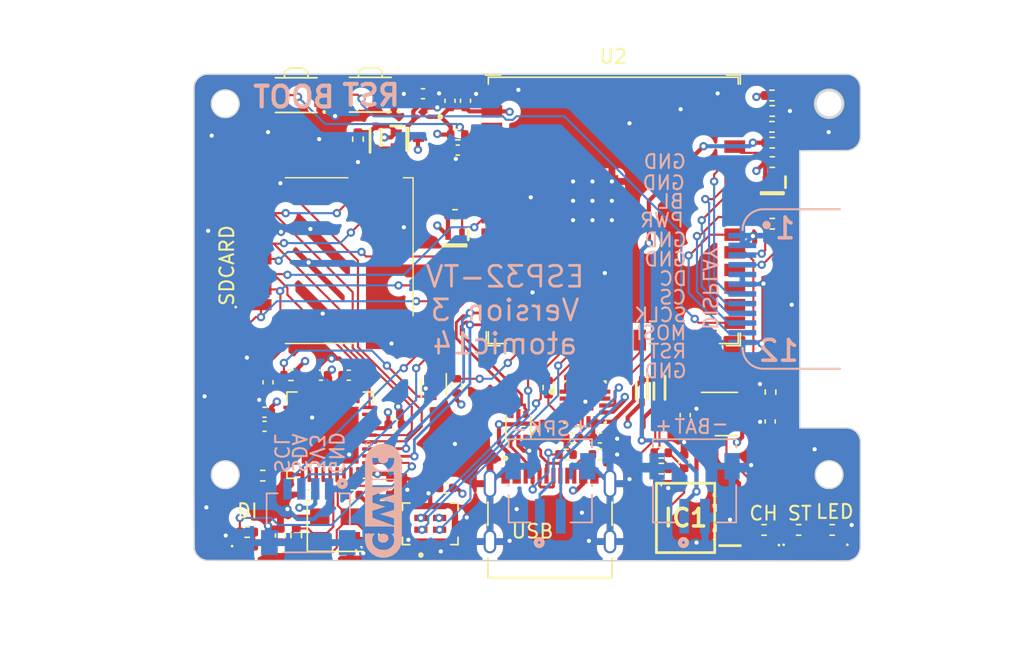
<source format=kicad_pcb>
(kicad_pcb (version 20221018) (generator pcbnew)
  (layers (0 "F.Cu" signal) (1 "In1.Cu" signal) (2 "In2.Cu" signal) (31 "B.Cu" signal) (34 "B.Paste" user) (35 "F.Paste" user) (36 "B.SilkS" user "B.Silkscreen") (37 "F.SilkS" user "F.Silkscreen") (38 "B.Mask" user) (39 "F.Mask" user) (44 "Edge.Cuts" user))
  (net 0 "")
  (net 1 "GND")
  (net 2 "EN")
  (net 3 "BAT+")
  (net 4 "Net-(D2-K)")
  (net 5 "Net-(D3-K)")
  (net 6 "Net-(J1-CC2)")
  (net 7 "Net-(J1-CC1)")
  (net 8 "Net-(U4-PROG)")
  (net 9 "Net-(U5-VDD18PLL)")
  (net 10 "Net-(U5-VDD18)")
  (net 11 "+5V")
  (net 12 "USB_D+")
  (net 13 "USB_D-")
  (net 14 "Net-(D5-A)")
  (net 15 "SD_CARD_DAT2")
  (net 16 "SD_CARD_DAT3")
  (net 17 "SD_CARD_CMD")
  (net 18 "SD_CARD_CLK")
  (net 19 "SD_CARD_DAT0")
  (net 20 "SD_CARD_DAT1")
  (net 21 "MASS_STORAGE_EN")
  (net 22 "Net-(U5-RBIAS)")
  (net 23 "TFT_PWR")
  (net 24 "~{SD_MODE}")
  (net 25 "Net-(U3-~{SD_MODE})")
  (net 26 "SD_CARD_PWR")
  (net 27 "TFT_SCLK")
  (net 28 "TFT_MOSI")
  (net 29 "Net-(D4-A)")
  (net 30 "TFT_RST")
  (net 31 "VDD33")
  (net 32 "X1")
  (net 33 "X0")
  (net 34 "TFT_DC")
  (net 35 "TFT_CS")
  (net 52 "SPK-")
  (net 53 "SPK+")
  (net 54 "Net-(IC1-VCC)")
  (net 55 "IO0")
  (net 56 "SPK_DIN")
  (net 57 "SPK_BCLK")
  (net 58 "SPK_LRCLK")
  (net 59 "USB_PWR_DETECT")
  (net 61 "BUILT_IN_LED")
  (net 62 "IR_IN")
  (net 64 "Net-(U5-LED)")
  (net 65 "Net-(D2-A)")
  (net 66 "Net-(D3-A)")
  (net 67 "IR_PWR")
  (net 68 "Net-(J3-VDD)")
  (net 69 "TFT_VCC")
  (net 71 "AMP_VDD")
  (net 72 "Net-(U7-LEDA)")
  (net 73 "BAT_MONITOR")
  (net 74 "Net-(U5-~{SD_CD})")
  (net 75 "Net-(U5-SD_WP)")
  (net 76 "Net-(Q4-D)")
  (net 77 "BUS_PWR")
  (net 81 "USB_D_IN+")
  (net 82 "USB_D_IN-")
  (net 83 "MIC_LR")
  (net 84 "MIC_CLK")
  (net 85 "MIC_DATA")
  (net 86 "SDA")
  (net 87 "SCL")
  (footprint "B3U-3000P:SW_B3U-3000P" (layer "F.Cu") (at 104.14 91.917 180)
    (fp_text reference "S2" hide)
    (fp_text value "B3U-3000P")
  )
  (footprint "Capacitor_SMD:C_0402_1005Metric" (layer "F.Cu") (at 109.8804 92.3544 90)
    (fp_text reference "C1" hide)
    (fp_text value "100nF")
  )
  (footprint "Resistor_SMD:R_0402_1005Metric" (layer "F.Cu") (at 118.237 117.856 180)
    (fp_text reference "R3" hide)
    (fp_text value "5.1K")
  )
  (footprint "OWMMOD-403010A-S261F:MIC_OWMMOD-403010A-S261F" (layer "F.Cu") (at 109.283 122.8525 90)
    (fp_text reference "U8" hide)
    (fp_text value "OWMMOD-403010A-S261F")
  )
  (footprint "Capacitor_SMD:C_0402_1005Metric" (layer "F.Cu") (at 116.586 116.106 -90)
    (fp_text reference "C20" hide)
    (fp_text value "100nF")
  )
  (footprint "Capacitor_SMD:C_0402_1005Metric" (layer "F.Cu") (at 102.588 112.141)
    (fp_text reference "C17" hide)
    (fp_text value "1uF")
  )
  (footprint "Package_TO_SOT_SMD:SOT-666" (layer "F.Cu") (at 114.808 115.824 90)
    (fp_text reference "U6" hide)
    (fp_text value "USBLC6-2P6")
  )
  (footprint "BAS5202VH6327XTSA1:SODFL1608X59N" (layer "F.Cu") (at 123.698 113.284 -90)
    (fp_text reference "D7" hide)
    (fp_text value "BAS5202VH6327XTSA1" hide)
  )
  (footprint "Capacitor_SMD:C_0402_1005Metric" (layer "F.Cu") (at 126.8222 115.0138 90)
    (fp_text reference "C5" hide)
    (fp_text value "10uF")
  )
  (footprint "Resistor_SMD:R_0402_1005Metric" (layer "F.Cu") (at 133.096 93.091)
    (fp_text reference "R20" hide)
    (fp_text value "10K")
  )
  (footprint "BAS5202VH6327XTSA1:SODFL1608X59N" (layer "F.Cu") (at 104.521 94.996 90)
    (fp_text reference "D6" hide)
    (fp_text value "BAS5202VH6327XTSA1" hide)
  )
  (footprint "Resistor_SMD:R_0402_1005Metric" (layer "F.Cu") (at 116.967 113.03 -90)
    (fp_text reference "R15" hide)
    (fp_text value "634K")
  )
  (footprint "IRM-H638M3_TR2:SOP254P700X405-4N" (layer "F.Cu") (at 126.848 122.428 180)
    (fp_text reference "IC1")
    (fp_text value "IRM-H638T/TR2" hide)
  )
  (footprint "NTA4151PT1G:SOT50P160X90-3N" (layer "F.Cu") (at 110.244 102.781 -90)
    (fp_text reference "Q1" hide)
    (fp_text value "NTA4151PT1G" hide)
  )
  (footprint "Capacitor_SMD:C_0402_1005Metric" (layer "F.Cu") (at 96.774 112.649 -90)
    (fp_text reference "C19" hide)
    (fp_text value "1uF")
  )
  (footprint "NCP167BMX330TBG:VREG_NCP167BMX330TBG" (layer "F.Cu") (at 107.9326 93.1672 180)
    (fp_text reference "U1" hide)
    (fp_text value "NCP167BMX330TBG")
  )
  (footprint "Resistor_SMD:R_0402_1005Metric" (layer "F.Cu") (at 103.251 95.123 -90)
    (fp_text reference "R1" hide)
    (fp_text value "100K")
  )
  (footprint "LED_SMD:LED_0402_1005Metric" (layer "F.Cu") (at 95.273 124.46)
    (fp_text reference "D5" hide)
    (fp_text value "LED")
  )
  (footprint "Resistor_SMD:R_0402_1005Metric" (layer "F.Cu") (at 133.096 101.219 180)
    (fp_text reference "R18" hide)
    (fp_text value "47")
  )
  (footprint "Resistor_SMD:R_0402_1005Metric" (layer "F.Cu") (at 105.029 120.777)
    (fp_text reference "R12" hide)
    (fp_text value "12K")
  )
  (footprint "Resistor_SMD:R_0402_1005Metric" (layer "F.Cu") (at 98.425 112.141 180)
    (fp_text reference "R10" hide)
    (fp_text value "12K")
  )
  (footprint "Resistor_SMD:R_0402_1005Metric" (layer "F.Cu") (at 132.969 113.3582 90)
    (fp_text reference "R7" hide)
    (fp_text value "5.1K")
  )
  (footprint "Package_TO_SOT_SMD:SOT-23-6" (layer "F.Cu") (at 129.7885 114.935)
    (fp_text reference "U4" hide)
    (fp_text value "TP4057")
  )
  (footprint "Capacitor_SMD:C_0402_1005Metric" (layer "F.Cu") (at 118.6942 116.6622 180)
    (fp_text reference "C8" hide)
    (fp_text value "100nF")
  )
  (footprint "PCM_Espressif:ESP32-S3-WROOM-1U" (layer "F.Cu") (at 121.642 100.108)
    (fp_text reference "U2")
    (fp_text value "ESP32-S3-WROOM-1")
  )
  (footprint "Package_TO_SOT_SMD:SOT-523" (layer "F.Cu") (at 108.712 113.03 -90)
    (fp_text reference "Q4" hide)
    (fp_text value "TPNTA4153NT1G")
  )
  (footprint "Resistor_SMD:R_0402_1005Metric" (layer "F.Cu") (at 125.095 118.872)
    (fp_text reference "R13" hide)
    (fp_text value "10K")
  )
  (footprint "Capacitor_SMD:C_0402_1005Metric" (layer "F.Cu") (at 132.9436 115.471 90)
    (fp_text reference "C6" hide)
    (fp_text value "10uF")
  )
  (footprint "Resistor_SMD:R_0402_1005Metric" (layer "F.Cu") (at 110.363 112.903 90)
    (fp_text reference "R25" hide)
    (fp_text value "12K")
  )
  (footprint "Capacitor_SMD:C_0402_1005Metric" (layer "F.Cu") (at 110.998 92.3544 90)
    (fp_text reference "C3" hide)
    (fp_text value "22uF")
  )
  (footprint "Resistor_SMD:R_0402_1005Metric" (layer "F.Cu") (at 120.65 117.856 180)
    (fp_text reference "R4" hide)
    (fp_text value "5.1K")
  )
  (footprint "Capacitor_SMD:C_0402_1005Metric" (layer "F.Cu") (at 107.9326 91.8464)
    (fp_text reference "C2" hide)
    (fp_text value "1uF")
  )
  (footprint "Capacitor_SMD:C_0402_1005Metric" (layer "F.Cu") (at 126.746 118.364 90)
    (fp_text reference "C18" hide)
    (fp_text value "10uF")
  )
  (footprint "Capacitor_SMD:C_0402_1005Metric" (layer "F.Cu") (at 97.663 123.698 90)
    (fp_text reference "C14" hide)
    (fp_text value "18pF")
  )
  (footprint "Capacitor_SMD:C_0402_1005Metric" (layer "F.Cu") (at 106.045 119.507)
    (fp_text reference "C10" hide)
    (fp_text value "0.1uF")
  )
  (footprint "Resistor_SMD:R_0402_1005Metric" (layer "F.Cu") (at 99.695 120.777 180)
    (fp_text reference "R24" hide)
    (fp_text value "10K")
  )
  (footprint "Capacitor_SMD:C_0402_1005Metric" (layer "F.Cu") (at 96.52 115.824 180)
    (fp_text reference "C13" hide)
    (fp_text value "0.1uF")
  )
  (footprint "Package_DFN_QFN:QFN-36-1EP_6x6mm_P0.5mm_EP4.1x4.1mm" (layer "F.Cu") (at 101.246 116.459 180)
    (fp_text reference "U5" hide)
    (fp_text value "USB2244")
  )
  (footprint "Resistor_SMD:R_0402_1005Metric" (layer "F.Cu") (at 132.5042 123.2928 180)
    (fp_text reference "R5" hide)
    (fp_text value "220R")
  )
  (footprint "Crystal:Crystal_SMD_3225-4Pin_3.2x2.5mm" (layer "F.Cu") (at 101.6 123.19)
    (fp_text reference "Y1" hide)
    (fp_text value "Crystal_GND24 (24MHz)")
  )
  (footprint "Resistor_SMD:R_0402_1005Metric" (layer "F.Cu") (at 133.0686 91.9734 180)
    (fp_text reference "R19" hide)
    (fp_text value "10K")
  )
  (footprint "NTA4151PT1G:SOT50P160X90-3N" (layer "F.Cu") (at 133.096 99.02 -90)
    (fp_text reference "Q3" hide)
    (fp_text value "NTA4151PT1G" hide)
  )
  (footprint "NTA4151PT1G:SOT50P160X90-3N" (layer "F.Cu") (at 106.807 95.123)
    (fp_text reference "Q2" hide)
    (fp_text value "NTA4151PT1G" hide)
  )
  (footprint "Resistor_SMD:R_0402_1005Metric" (layer "F.Cu") (at 133.0686 94.234)
    (fp_text reference "R22" hide)
    (fp_text value "10K")
  )
  (footprint "Resistor_SMD:R_0402_1005Metric" (layer "F.Cu") (at 133.096 96.774)
    (fp_text reference "R14" hide)
    (fp_text value "100K")
  )
  (footprint "Capacitor_SMD:C_0402_1005Metric" (layer "F.Cu") (at 96.52 114.808 180)
    (fp_text reference "C11" hide)
    (fp_text value "0.1uF")
  )
  (footprint "Resistor_SMD:R_0402_1005Metric" (layer "F.Cu") (at 95.271 123.444)
    (fp_text reference "R9" hide)
    (fp_text value "220R")
  )
  (footprint "Capacitor_SMD:C_0402_1005Metric" (layer "F.Cu") (at 105.918 115.697)
    (fp_text reference "C12" hide)
    (fp_text value "0.1uF")
  )
  (footprint "Capacitor_SMD:C_0402_1005Metric" (layer "F.Cu") (at 100.584 112.141 180)
    (fp_text reference "C9" hide)
    (fp_text value "4.7uF")
  )
  (footprint "Resistor_SMD:R_0402_1005Metric" (layer "F.Cu") (at 96.393 119.38 180)
    (fp_text reference "R23" hide)
    (fp_text value "10K")
  )
  (footprint "BAS5202VH6327XTSA1:SODFL1608X59N" (layer "F.Cu") (at 124.968 113.284 -90)
    (fp_text reference "D1" hide)
    (fp_text value "BAS5202VH6327XTSA1" hide)
  )
  (footprint "Capacitor_SMD:C_0402_1005Metric" (layer "F.Cu") (at 120.6754 116.6622)
    (fp_text reference "C7" hide)
    (fp_text value "10uF")
  )
  (footprint "Resistor_SMD:R_0402_1005Metric" (layer "F.Cu") (at 110.4392 94.7928)
    (fp_text reference "R2" hide)
    (fp_text value "5.1K")
  )
  (footprint "DM3D-SF:DM3DSF" (layer "F.Cu") (at 101.496 103.88 -90)
    (fp_text reference "J3" hide)
    (fp_text value "DM3D-SF" hide)
  )
  (footprint "LED_SMD:LED_0402_1005Metric" (layer "F.Cu") (at 132.483468 124.385 180)
    (fp_text reference "D2" hide)
    (fp_text value "LED")
  )
  (footprint "Resistor_SMD:R_0402_1005Metric" (layer "F.Cu") (at 110.244 100.584)
    (fp_text reference "R17" hide)
    (fp_text value "100K")
  )
  (footprint "Capacitor_SMD:C_0402_1005Metric" (layer "F.Cu") (at 102.87 120.777)
    (fp_text reference "C16" hide)
    (fp_text value "1uF")
  )
  (footprint "Capacitor_SMD:C_0402_1005Metric" (layer "F.Cu") (at 109.601 120.269 180)
    (fp_text reference "C21" hide)
    (fp_text value "100nF")
  )
  (footprint "LED_SMD:LED_0402_1005Metric" (layer "F.Cu") (at 137.4128 124.3596 180)
    (fp_text reference "D4" hide)
    (fp_text value "LED")
  )
  (footprint "Capacitor_SMD:C_0402_1005Metric" (layer "F.Cu") (at 110.4392 95.9104 180)
    (fp_text reference "C4" hide)
    (fp_text value "1uF")
  )
  (footprint "Resistor_SMD:R_0402_1005Metric" (layer "F.Cu") (at 98.806 123.698 -90)
    (fp_text reference "R16" hide)
    (fp_text value "1M")
  )
  (footprint "MAX98357AETE:Maxim_Electronics-21-0896-0-0-0" (layer "F.Cu") (at 119.603 114.0714)
    (fp_text reference "U3" hide)
    (fp_text value "MAX98357AETE+T" hide)
  )
  (footprint "Resistor_SMD:R_0402_1005Metric" (layer "F.Cu") (at 133.094 95.377 180)
    (fp_text reference "R21" hide)
    (fp_text value "10K")
  )
  (footprint "Resistor_SMD:R_0402_1005Metric" (layer "F.Cu") (at 134.9966 123.2928)
    (fp_text reference "R6" hide)
    (fp_text value "220R")
  )
  (footprint "TYPE-C-31-M-12:HRO_TYPE-C-31-M-12" (layer "F.Cu") (at 117.082 124.13)
    (fp_text reference "J1" hide)
    (fp_text value "TYPE-C-31-M-12")
  )
  (footprint "Resistor_SMD:R_0402_1005Metric" (layer "F.Cu") (at 137.412 123.2928 180)
    (fp_text reference "R8" hide)
    (fp_text value "220R")
  )
  (footprint "LED_SMD:LED_0402_1005Metric" (layer "F.Cu") (at 135.001 124.3596)
    (fp_text reference "D3" hide)
    (fp_text value "LED")
  )
  (footprint "Resistor_SMD:R_0402_1005Metric" (layer "F.Cu") (at 125.095 117.729 180)
    (fp_text reference "R11" hide)
    (fp_text value "220R")
  )
  (footprint "Capacitor_SMD:C_0402_1005Metric" (layer "F.Cu") (at 104.394 123.698 -90)
    (fp_text reference "C15" hide)
    (fp_text value "18pF")
  )
  (footprint "B3U-3000P:SW_B3U-3000P" (layer "F.Cu") (at 98.806 91.948 180)
    (fp_text reference "S1" hide)
    (fp_text value "B3U-3000P")
  )
  (footprint "S2B-ZR-SM4A-TF_LF__SN_:JST_S2B-ZR-SM4A-TF_LF__SN_" (layer "B.Cu") (at 117.106 120.151)
    (fp_text reference "SPK1" hide)
    (fp_text value "S2B-ZR-SM4A-TF_LF__SN_")
  )
  (footprint "display_0_69:fpc_12_pin_0.7_pitch" (layer "B.Cu") (at 130.960381 105.93729 180)
    (fp_text reference "U7" hide)
    (fp_text value "1.69_Rounded_FPC")
  )
  (footprint "SM04B-SRSS-TB_LF__SN_:JST_SM04B-SRSS-TB_LF__SN_" (layer "B.Cu") (at 99.671 120.331 180)
    (fp_text reference "QWIIC1" hide)
    (fp_text value "SM04B-SRSS-TB_LF__SN_")
  )
  (footprint "qwiic:qwiic" (layer "B.Cu") (at 105.156 121.158 90)
    (fp_text reference "G***" hide)
    (fp_text value "LOGO" hide)
  )
  (footprint "S2B-ZR-SM4A-TF_LF__SN_:JST_S2B-ZR-SM4A-TF_LF__SN_" (layer "B.Cu") (at 127.496 120.151)
    (fp_text reference "BAT1" hide)
    (fp_text value "S2B-ZR-SM4A-TF_LF__SN_")
  )
  (gr_arc (start 92.451906 125.489493) (mid 91.744799 125.1966) (end 91.451906 124.489493) (stroke (width 0.1)) (layer "Edge.Cuts"))
  (gr_arc (start 139.44 94.94) (mid 139.147107 95.647106) (end 138.44 95.94) (stroke (width 0.1)) (layer "Edge.Cuts"))
  (gr_line (start 139.44 120.44) (end 139.44 116.94) (stroke (width 0.1)) (layer "Edge.Cuts"))
  (gr_line (start 138.44 115.94) (end 135.0772 115.94) (stroke (width 0.1)) (layer "Edge.Cuts"))
  (gr_circle (center 93.691313 92.570782) (end 94.691313 92.570782) (stroke (width 0.1)) (fill none) (layer "Edge.Cuts"))
  (gr_arc (start 91.44 91.44) (mid 91.732893 90.732894) (end 92.44 90.44) (stroke (width 0.1)) (layer "Edge.Cuts"))
  (gr_line (start 91.44 91.44) (end 91.44 120.44) (stroke (width 0.1)) (layer "Edge.Cuts"))
  (gr_circle (center 137.188687 119.309219) (end 138.188687 119.309219) (stroke (width 0.1)) (fill none) (layer "Edge.Cuts"))
  (gr_line (start 138.43 125.5268) (end 92.451906 125.489493) (stroke (width 0.1)) (layer "Edge.Cuts"))
  (gr_arc (start 138.44 90.44) (mid 139.147106 90.732893) (end 139.44 91.44) (stroke (width 0.1)) (layer "Edge.Cuts"))
  (gr_circle (center 137.188687 92.570782) (end 138.188687 92.570782) (stroke (width 0.2)) (fill none) (layer "Edge.Cuts"))
  (gr_line (start 138.44 90.44) (end 92.44 90.44) (stroke (width 0.1)) (layer "Edge.Cuts"))
  (gr_arc (start 138.44 115.94) (mid 139.147106 116.232893) (end 139.44 116.94) (stroke (width 0.1)) (layer "Edge.Cuts"))
  (gr_line (start 135.0772 95.9612) (end 138.44 95.94) (stroke (width 0.1)) (layer "Edge.Cuts"))
  (gr_line (start 139.44 94.94) (end 139.44 91.44) (stroke (width 0.1)) (layer "Edge.Cuts"))
  (gr_line (start 139.44 120.44) (end 139.43 124.5268) (stroke (width 0.1)) (layer "Edge.Cuts"))
  (gr_circle (center 93.691313 119.309219) (end 94.691313 119.309219) (stroke (width 0.1)) (fill none) (layer "Edge.Cuts"))
  (gr_arc (start 139.43 124.5268) (mid 139.137107 125.233907) (end 138.43 125.5268) (stroke (width 0.1)) (layer "Edge.Cuts"))
  (gr_line (start 135.0772 115.94) (end 135.0772 95.9612) (stroke (width 0.1)) (layer "Edge.Cuts"))
  (gr_line (start 91.451906 124.489493) (end 91.44 120.44) (stroke (width 0.1)) (layer "Edge.Cuts"))
  (gr_text "3V3" (at 99.695 119.253 270) (layer "B.SilkS") (effects (font (size 1 1)) (justify left bottom mirror)))
  (gr_text "GND" (at 126.9746 97.3328) (layer "B.SilkS") (effects (font (size 1 1)) (justify left bottom mirror)))
  (gr_text "+" (at 125.984 116.332) (layer "B.SilkS") (effects (font (size 1 1)) (justify left bottom mirror)))
  (gr_text "DC" (at 127.0508 105.7656) (layer "B.SilkS") (effects (font (size 1 1)) (justify left bottom mirror)))
  (gr_text "SCL" (at 97.155 119.253 270) (layer "B.SilkS") (effects (font (size 1 1)) (justify left bottom mirror)))
  (gr_text "RST" (at 127 110.998) (layer "B.SilkS") (effects (font (size 1 1)) (justify left bottom mirror)))
  (gr_text "GND" (at 101.092 119.38 270) (layer "B.SilkS") (effects (font (size 1 1)) (justify left bottom mirror)))
  (gr_text "SPK" (at 118.618 116.586) (layer "B.SilkS") (effects (font (size 1 1)) (justify left bottom mirror)))
  (gr_text "GND" (at 127.0254 104.3686) (layer "B.SilkS") (effects (font (size 1 1)) (justify left bottom mirror)))
  (gr_text "MOSI" (at 127 109.6772) (layer "B.SilkS") (effects (font (size 1 1)) (justify left bottom mirror)))
  (gr_text "SCLK" (at 127.0254 108.3818) (layer "B.SilkS") (effects (font (size 1 1)) (justify left bottom mirror)))
  (gr_text "RST" (at 106.426 92.837) (layer "B.SilkS") (effects (font (size 1.5 1.5) (thickness 0.3) bold) (justify left bottom mirror)))
  (gr_text "ESP32-TV\nVersion 3\natomic14" (at 113.8428 110.744) (layer "B.SilkS") (effects (font (size 1.5 1.5) (thickness 0.2)) (justify bottom mirror)))
  (gr_text "-" (at 115.57 116.586) (layer "B.SilkS") (effects (font (size 1 1)) (justify left bottom mirror)))
  (gr_text "GND" (at 126.8984 98.8568) (layer "B.SilkS") (effects (font (size 1 1)) (justify left bottom mirror)))
  (gr_text "GND" (at 127.0254 112.4204) (layer "B.SilkS") (effects (font (size 1 1)) (justify left bottom mirror)))
  (gr_text "BAT" (at 128.778 116.433645) (layer "B.SilkS") (effects (font (size 1 1)) (justify left bottom mirror)))
  (gr_text "+" (at 120.015 116.332) (layer "B.SilkS") (effects (font (size 1 1)) (justify left bottom mirror)))
  (gr_text "BOOT" (at 101.727 92.964) (layer "B.SilkS") (effects (font (size 1.5 1.5) (thickness 0.3) bold) (justify left bottom mirror)))
  (gr_text "DISPLAY" (at 128.016 108.966 270) (layer "B.SilkS") (effects (font (size 1 1)) (justify left bottom mirror)))
  (gr_text "CS" (at 127 107.1118) (layer "B.SilkS") (effects (font (size 1 1)) (justify left bottom mirror)))
  (gr_text "-" (at 130.048 116.205) (layer "B.SilkS") (effects (font (size 1 1)) (justify left bottom mirror)))
  (gr_text "GND" (at 127.0254 102.9716) (layer "B.SilkS") (effects (font (size 1 1)) (justify left bottom mirror)))
  (gr_text "PWR" (at 126.8222 101.5492) (layer "B.SilkS") (effects (font (size 1 1)) (justify left bottom mirror)))
  (gr_text "SDA" (at 98.425 119.253 270) (layer "B.SilkS") (effects (font (size 1 1)) (justify left bottom mirror)))
  (gr_text "BL" (at 126.8222 100.203) (layer "B.SilkS") (effects (font (size 1 1)) (justify left bottom mirror)))
  (gr_text "SDCARD" (at 94.396 107.23 90) (layer "F.SilkS") (effects (font (size 1 1)) (justify left bottom)))
  (gr_text "USB" (at 114.2238 123.9774) (layer "F.SilkS") (effects (font (size 1 1)) (justify left bottom)))
  (gr_text "CH" (at 131.3422 122.682) (layer "F.SilkS") (effects (font (size 1 1)) (justify left bottom)))
  (gr_text "DI" (at 94.4443 122.5042) (layer "F.SilkS") (effects (font (size 1 1)) (justify left bottom)))
  (gr_text "ST" (at 134.1108 122.682) (layer "F.SilkS") (effects (font (size 1 1)) (justify left bottom)))
  (gr_text "LED" (at 136.144 122.555) (layer "F.SilkS") (effects (font (size 1 1)) (justify left bottom)))
  (segment (start 103.871 97.905) (end 103.871 97.394) (width 0.3) (layer "F.Cu") (net 1))
  (segment (start 127.635 114.554) (end 127.607501 114.554) (width 0.3) (layer "F.Cu") (net 1))
  (segment (start 132.9436 114.991) (end 132.721944 114.991) (width 0.3) (layer "F.Cu") (net 1))
  (segment (start 102.7 124.04) (end 102.704 124.04) (width 0.3) (layer "F.Cu") (net 1))
  (segment (start 120.353 112.6464) (end 120.353 113.3214) (width 0.3) (layer "F.Cu") (net 1))
  (segment (start 97.663 123.218) (end 96.9883 123.218) (width 0.3) (layer "F.Cu") (net 1))
  (segment (start 117.221 116.586) (end 117.2972 116.6622) (width 0.3) (layer "F.Cu") (net 1))
  (segment (start 108.712 120.269) (end 108.331 120.65) (width 0.3) (layer "F.Cu") (net 1))
  (segment (start 120.353 113.3214) (end 119.634 114.0404) (width 0.3) (layer "F.Cu") (net 1))
  (segment (start 104.869 121.447) (end 105.539 120.777) (width 0.3) (layer "F.Cu") (net 1))
  (segment (start 108.5065 124.1275) (end 109.22 124.841) (width 0.3) (layer "F.Cu") (net 1))
  (segment (start 126.746 117.884) (end 126.746 116.967) (width 0.3) (layer "F.Cu") (net 1))
  (segment (start 120.827 119.38) (end 121.407 119.96) (width 0.3) (layer "F.Cu") (net 1))
  (segment (start 98.171 121.793) (end 98.171 121.158) (width 0.3) (layer "F.Cu") (net 1))
  (segment (start 94.488 124.46) (end 93.726 123.698) (width 0.3) (layer "F.Cu") (net 1))
  (segment (start 101.346 110.9387) (end 101.912546 110.9387) (width 0.3) (layer "F.Cu") (net 1))
  (segment (start 114.808 117.187604) (end 115.201807 117.581411) (width 0.3) (layer "F.Cu") (net 1))
  (segment (start 110.998 91.8744) (end 111.7432 91.8744) (width 0.3) (layer "F.Cu") (net 1))
  (segment (start 127.587301 114.5338) (end 126.8222 114.5338) (width 0.3) (layer "F.Cu") (net 1))
  (segment (start 107.008 121.5775) (end 108.458 121.5775) (width 0.3) (layer "F.Cu") (net 1))
  (segment (start 101.912546 110.9387) (end 103.068 112.094154) (width 0.3) (layer "F.Cu") (net 1))
  (segment (start 107.008 124.1275) (end 108.458 124.1275) (width 0.3) (layer "F.Cu") (net 1))
  (segment (start 107.9326 93.1672) (end 108.2576 92.8422) (width 0.3) (layer "F.Cu") (net 1))
  (segment (start 111.7432 91.8744) (end 111.76 91.8576) (width 0.3) (layer "F.Cu") (net 1))
  (segment (start 108.212 113.015781) (end 108.132141 113.09564) (width 0.3) (layer "F.Cu") (net 1))
  (segment (start 106.683 121.9025) (end 107.008 121.5775) (width 0.3) (layer "F.Cu") (net 1))
  (segment (start 99.246 119.2965) (end 99.246 120.716) (width 0.3) (layer "F.Cu") (net 1))
  (segment (start 114.808 116.749) (end 114.808 117.187604) (width 0.3) (layer "F.Cu") (net 1))
  (segment (start 96.271 98.155) (end 97.52 98.155) (width 0.3) (layer "F.Cu") (net 1))
  (segment (start 110.233 122.8525) (end 110.627338 122.8525) (width 0.3) (layer "F.Cu") (net 1))
  (segment (start 101.346 110.9387) (end 100.996301 110.9387) (width 0.3) (layer "F.Cu") (net 1))
  (segment (start 104.394 124.206) (end 103.632 124.968) (width 0.3) (layer "F.Cu") (net 1))
  (segment (start 121.16 117.856) (end 121.92 117.856) (width 0.3) (layer "F.Cu") (net 1))
  (segment (start 109.121 120.269) (end 108.712 120.269) (width 0.3) (layer "F.Cu") (net 1))
  (segment (start 106.553 91.857373) (end 105.899627 91.857373) (width 0.3) (layer "F.Cu") (net 1))
  (segment (start 117.2972 116.6622) (end 118.2142 116.6622) (width 0.3) (layer "F.Cu") (net 1))
  (segment (start 103.871 97.394) (end 103.251 96.774) (width 0.3) (layer "F.Cu") (net 1))
  (segment (start 106.525 119.507) (end 106.525 120.114) (width 0.3) (layer "F.Cu") (net 1))
  (segment (start 121.028 113.3214) (end 120.353 113.3214) (width 0.3) (layer "F.Cu") (net 1))
  (segment (start 108.2576 92.8422) (end 108.3376 92.8422) (width 0.3) (layer "F.Cu") (net 1))
  (segment (start 119.353 112.6464) (end 119.353 113.8214) (width 0.3) (layer "F.Cu") (net 1))
  (segment (start 118.2142 116.1352) (end 118.2142 116.6622) (width 0.3) (layer "F.Cu") (net 1))
  (segment (start 109.0676 91.8464) (end 109.093 91.821) (width 0.3) (layer "F.Cu") (net 1))
  (segment (start 132.721944 114.991) (end 132.214293 115.498651) (width 0.3) (layer "F.Cu") (net 1))
  (segment (start 108.458 120.777) (end 108.331 120.65) (width 0.3) (layer "F.Cu") (net 1))
  (segment (start 130.392 91.848) (end 129.186 91.848) (width 0.3) (layer "F.Cu") (net 1))
  (segment (start 110.998 91.8744) (end 112.8656 91.8744) (width 0.3) (layer "F.Cu") (net 1))
  (segment (start 101.5831 93.4551) (end 101.6 93.4551) (width 0.3) (layer "F.Cu") (net 1))
  (segment (start 133.606 93.091) (end 134.366 93.091) (width 0.3) (layer "F.Cu") (net 1))
  (segment (start 98.55 120.779) (end 99.185 120.779) (width 0.3) (layer "F.Cu") (net 1))
  (segment (start 106.683 122.8525) (end 106.683 121.9025) (width 0.3) (layer "F.Cu") (net 1))
  (segment (start 108.4126 91.8464) (end 109.0676 91.8464) (width 0.3) (layer "F.Cu") (net 1))
  (segment (start 104.394 124.178) (end 104.394 124.206) (width 0.3) (layer "F.Cu") (net 1))
  (segment (start 128.651 114.935) (end 127.988501 114.935) (width 0.3) (layer "F.Cu") (net 1))
  (segment (start 113.337 119.38) (end 112.757 119.96) (width 0.3) (layer "F.Cu") (net 1))
  (segment (start 118.178 114.3214) (end 119.353 114.3214) (width 0.3) (layer "F.Cu") (net 1))
  (segment (start 100.104 111.831001) (end 100.104 112.141) (width 0.3) (layer "F.Cu") (net 1))
  (segment (start 119.353 115.4964) (end 118.853 115.4964) (width 0.3) (layer "F.Cu") (net 1))
  (segment (start 118.2142 117.3232) (end 118.2142 116.6622) (width 0.3) (layer "F.Cu") (net 1))
  (segment (start 102.704 124.04) (end 103.632 124.968) (width 0.3) (layer "F.Cu") (net 1))
  (segment (start 105.664 109.855) (end 106.496 109.855) (width 0.3) (layer "F.Cu") (net 1))
  (segment (start 121.8692 116.6622) (end 121.92 116.713) (width 0.3) (layer "F.Cu") (net 1))
  (segment (start 108.962633 92.833633) (end 108.962633 91.951367) (width 0.3) (layer "F.Cu") (net 1))
  (segment (start 113.882 119.38) (end 113.337 119.38) (width 0.3) (layer "F.Cu") (net 1))
  (segment (start 132.969 112.8482) (end 132.2792 112.8482) (width 0.3) (layer "F.Cu") (net 1))
  (segment (start 104.521 109.855) (end 105.664 109.855) (width 0.3) (layer "F.Cu") (net 1))
  (segment (start 109.9592 96.206361) (end 110.297774 96.544935) (width 0.3) (layer "F.Cu") (net 1))
  (segment (start 118.853 115.4964) (end 118.2142 116.1352) (width 0.3) (layer "F.Cu") (net 1))
  (segment (start 121.028 113.8214) (end 119.853 113.8214) (width 0.3) (layer "F.Cu") (net 1))
  (segment (start 127.988501 114.935) (end 127.635 114.581499) (width 0.3) (layer "F.Cu") (net 1))
  (segment (start 104.196 98.23) (end 103.871 97.905) (width 0.3) (layer "F.Cu") (net 1))
  (segment (start 106.496 109.855) (end 106.946 109.405) (width 0.3) (layer "F.Cu") (net 1))
  (segment (start 108.212 112.385) (end 108.212 113.015781) (width 0.3) (layer "F.Cu") (net 1))
  (segment (start 106.525 120.114) (end 106.807 120.396) (width 0.3) (layer "F.Cu") (net 1))
  (segment (start 109.8804 91.8744) (end 110.998 91.8744) (width 0.3) (layer "F.Cu") (net 1))
  (segment (start 106.683 123.8025) (end 107.008 124.1275) (width 0.3) (layer "F.Cu") (net 1))
  (segment (start 94.788 124.46) (end 94.488 124.46) (width 0.3) (layer "F.Cu") (net 1))
  (segment (start 129.186 91.848) (end 129.159 91.821) (width 0.3) (layer "F.Cu") (net 1))
  (segment (start 96.146 101.555) (end 97.459236 101.555) (width 0.3) (layer "F.Cu") (net 1))
  (segment (start 96.271 109.85) (end 95.25 110.871) (width 0.3) (layer "F.Cu") (net 1))
  (segment (start 98.171 121.793) (end 98.718 122.34) (width 0.3) (layer "F.Cu") (net 1))
  (segment (start 105.371 98.23) (end 104.196 98.23) (width 0.3) (layer "F.Cu") (net 1))
  (segment (start 108.954066 92.8422) (end 108.962633 92.833633) (width 0.3) (layer "F.Cu") (net 1))
  (segment (start 105.539 120.777) (end 106.525 119.791) (width 0.3) (layer "F.Cu") (net 1))
  (segment (start 112.8656 91.8744) (end 112.892 91.848) (width 0.3) (layer "F.Cu") (net 1))
  (segment (start 110.233 121.9025) (end 110.233 122.8525) (width 0.3) (layer "F.Cu") (net 1))
  (segment (start 110.233 122.8525) (end 110.233 123.8025) (width 0.3) (layer "F.Cu") (net 1))
  (segment (start 112.757 119.96) (end 112.757 124.13) (width 0.3) (layer "F.Cu") (net 1))
  (segment (start 98.171 121.158) (end 98.55 120.779) (width 0.3) (layer "F.Cu") (net 1))
  (segment (start 108.458 121.5775) (end 109.908 121.5775) (width 0.3) (layer "F.Cu") (net 1))
  (segment (start 106.145918 115.134919) (end 106.398 115.387001) (width 0.3) (layer "F.Cu") (net 1))
  (segment (start 118.747 117.856) (end 118.2142 117.3232) (width 0.3) (layer "F.Cu") (net 1))
  (segment (start 100.506 92.378) (end 101.5831 93.4551) (width 0.3) (layer "F.Cu") (net 1))
  (segment (start 96.139 113.919) (end 96.04 114.808) (width 0.3) (layer "F.Cu") (net 1))
  (segment (start 103.35 120.777) (end 104.02 121.447) (width 0.3) (layer "F.Cu") (net 1))
  (segment (start 106.398 115.387001) (end 106.398 115.697) (width 0.3) (layer "F.Cu") (net 1))
  (segment (start 106.145918 114.400918) (end 106.145918 115.134919) (width 0.3) (layer "F.Cu") (net 1))
  (segment (start 100.996301 110.9387) (end 100.104 111.831001) (width 0.3) (layer "F.Cu") (net 1))
  (segment (start 119.353 115.4964) (end 119.353 114.3214) (width 0.3) (layer "F.Cu") (net 1))
  (segment (start 109.9592 95.9104) (end 109.9592 96.206361) (width 0.3) (layer "F.Cu") (net 1))
  (segment (start 98.718 122.34) (end 100.5 122.34) (width 0.3) (layer "F.Cu") (net 1))
  (segment (start 103.251 95.633) (end 103.251 96.774) (width 0.3) (layer "F.Cu") (net 1))
  (segment (start 97.52 98.155) (end 97.663 98.298) (width 0.3) (layer "F.Cu") (net 1))
  (segment (start 110.233 123.8025) (end 109.908 124.1275) (width 0.3) (layer "F.Cu") (net 1))
  (segment (start 109.1464 91.8744) (end 109.093 91.821) (width 0.3) (layer "F.Cu") (net 1))
  (segment (start 115.201807 117.581411) (end 115.590589 117.581411) (width 0.3) (layer "F.Cu") (net 1))
  (segment (start 121.407 119.96) (end 121.407 124.13) (width 0.3) (layer "F.Cu") (net 1))
  (segment (start 132.2792 112.8482) (end 132.207 112.776) (width 0.3) (layer "F.Cu") (net 1))
  (segment (start 108.458 121.5775) (end 108.458 120.777) (width 0.3) (layer "F.Cu") (net 1))
  (segment (start 96.04 113.863) (end 96.139 113.919) (width 0.3) (layer "F.Cu") (net 1))
  (segment (start 110.627338 122.8525) (end 111.088419 122.391419) (width 0.3) (layer "F.Cu") (net 1))
  (segment (start 106.525 119.791) (end 106.525 119.507) (width 0.3) (layer "F.Cu") (net 1))
  (segment (start 138.811 123.4464) (end 137.8978 124.3596) (width 0.3) (layer "F.Cu") (net 1))
  (segment (start 109.908 124.1275) (end 108.458 124.1275) (width 0.3) (layer "F.Cu") (net 1))
  (segment (start 96.774 113.129) (end 96.04 113.863) (width 0.3) (layer "F.Cu") (net 1))
  (segment (start 108.962633 91.951367) (end 109.093 91.821) (width 0.3) (layer "F.Cu") (net 1))
  (segment (start 109.908 121.5775) (end 110.233 121.9025) (width 0.3) (layer "F.Cu") (net 1))
  (segment (start 104.02 121.447) (end 104.869 121.447) (width 0.3) (layer "F.Cu") (net 1))
  (segment (start 96.04 115.824) (end 96.04 114.808) (width 0.3) (layer "F.Cu") (net 1))
  (segment (start 121.1554 116.6622) (end 121.8692 116.6622) (width 0.3) (layer "F.Cu") (net 1))
  (segment (start 109.8804 91.8744) (end 109.1464 91.8744) (width 0.3) (layer "F.Cu") (net 1))
  (segment (start 96.9883 123.218) (end 96.774 123.0037) (width 0.3) (layer "F.Cu") (net 1))
  (segment (start 116.586 116.586) (end 117.221 116.586) (width 0.3) (layer "F.Cu") (net 1))
  (segment (start 106.683 122.8525) (end 106.683 123.8025) (width 0.3) (layer "F.Cu") (net 1))
  (segment (start 97.459236 101.555) (end 97.710618 101.806382) (width 0.3) (layer "F.Cu") (net 1))
  (segment (start 138.811 122.936) (end 138.811 123.4464) (width 0.3) (layer "F.Cu") (net 1))
  (segment (start 127.635 114.581499) (end 127.635 114.554) (width 0.3) (layer "F.Cu") (net 1))
  (segment (start 108.3376 92.8422) (end 108.954066 92.8422) (width 0.3) (layer "F.Cu") (net 1))
  (segment (start 127.607501 114.554) (end 127.587301 114.5338) (width 0.3) (layer "F.Cu") (net 1))
  (segment (start 120.282 119.38) (end 120.827 119.38) (width 0.3) (layer "F.Cu") (net 1))
  (via (at 100.711 107.696) (size 0.6) (drill 0.3) (layers "F.Cu" "B.Cu") (net 1))
  (via (at 97.663 98.298) (size 0.6) (drill 0.3) (layers "F.Cu" "B.Cu") (net 1))
  (via (at 96.139 113.919) (size 0.6) (drill 0.3) (layers "F.Cu" "B.Cu") (net 1))
  (via (at 121.539 98.171) (size 0.6) (drill 0.3) (layers "F.Cu" "B.Cu") (net 1))
  (via (at 136.144 117.475) (size 0.6) (drill 0.3) (layers "F.Cu" "B.Cu") (net 1))
  (via (at 101.346 110.9387) (size 0.6) (drill 0.3) (layers "F.Cu" "B.Cu") (net 1))
  (via (at 111.088419 122.391419) (size 0.6) (drill 0.3) (layers "F.Cu" "B.Cu") (net 1))
  (via (at 102.616 117.856) (size 0.6) (drill 0.3) (layers "F.Cu" "B.Cu") (net 1))
  (via (at 92.329 121.666) (size 0.6) (drill 0.3) (layers "F.Cu" "B.Cu") (net 1))
  (via (at 106.553 101.473) (size 0.6) (drill 0.3) (layers "F.Cu" "B.Cu") (net 1))
  (via (at 97.710618 101.806382) (size 0.6) (drill 0.3) (layers "F.Cu" "B.Cu") (net 1))
  (via (at 130.048 122.555) (size 0.6) (drill 0.3) (layers "F.Cu" "B.Cu") (net 1))
  (via (at 105.664 109.855) (size 0.6) (drill 0.3) (layers "F.Cu" "B.Cu") (net 1))
  (via (at 120.142 100.965) (size 0.6) (drill 0.3) (layers "F.Cu" "B.Cu") (net 1))
  (via (at 122.809 119.634) (size 0.6) (drill 0.3) (layers "F.Cu" "B.Cu") (net 1))
  (via (at 101.6 93.4551) (size 0.6) (drill 0.3) (layers "F.Cu" "B.Cu") (net 1))
  (via (at 108.962633 92.833633) (size 0.6) (drill 0.3) (layers "F.Cu" "B.Cu") (net 1))
  (via (at 132.461 105.537) (size 0.6) (drill 0.3) (layers "F.Cu" "B.Cu") (net 1))
  (via (at 111.76 91.8576) (size 0.6) (drill 0.3) (layers "F.Cu" "B.Cu") (net 1))
  (via (at 126.492 92.964) (size 0.6) (drill 0.3) (layers "F.Cu" "B.Cu") (net 1))
  (via (at 114.681 121.793) (size 0.6) (drill 0.3) (layers "F.Cu" "B.Cu") (net 1))
  (via (at 106.145918 114.400918) (size 0.6) (drill 0.3) (layers "F.Cu" "B.Cu") (net 1))
  (via (at 138.811 122.936) (size 0.6) (drill 0.3) (layers "F.Cu" "B.Cu") (net 1))
  (via (at 119.38 122.047) (size 0.6) (drill 0.3) (layers "F.Cu" "B.Cu") (net 1))
  (via (at 103.251 96.774) (size 0.6) (drill 0.3) (layers "F.Cu" "B.Cu") (net 1))
  (via (at 99.822 101.6) (size 0.6) (drill 0.3) (layers "F.Cu" "B.Cu") (net 1))
  (via (at 118.745 98.171) (size 0.6) (drill 0.3) (layers "F.Cu" "B.Cu") (net 1))
  (via (at 110.297774 96.544935) (size 0.6) (drill 0.3) (layers "F.Cu" "B.Cu") (net 1))
  (via (at 114.173 124.079) (size 0.6) (drill 0.3) (layers "F.Cu" "B.Cu") (net 1))
  (via (at 92.456 101.727) (size 0.6) (drill 0.3) (layers "F.Cu" "B.Cu") (net 1))
  (via (at 106.553 91.857373) (size 0.6) (drill 0.3) (layers "F.Cu" "B.Cu") (net 1))
  (via (at 131.572 118.618) (size 0.6) (drill 0.3) (layers "F.Cu" "B.Cu") (net 1))
  (via (at 121.92 117.856) (size 0.6) (drill 0.3) (layers "F.Cu" "B.Cu") (net 1))
  (via (at 121.92 116.713) (size 0.6) (drill 0.3) (layers "F.Cu" "B.Cu") (net 1))
  (via (at 132.334 109.855) (size 0.6) (drill 0.3) (layers "F.Cu" "B.Cu") (net 1))
  (via (at 119.634 114.046) (size 0.6) (drill 0.3) (layers "F.Cu" "B.Cu") (net 1))
  (via (at 119.888 124.079) (size 0.6) (drill 0.3) (layers "F.Cu" "B.Cu") (net 1))
  (via (at 92.71 94.869) (size 0.6) (drill 0.3) (layers "F.Cu" "B.Cu") (net 1))
  (via (at 98.171 121.793) (size 0.6) (drill 0.3) (layers "F.Cu" "B.Cu") (net 1))
  (via (at 118.745 99.568) (size 0.6) (drill 0.3) (layers "F.Cu" "B.Cu") (net 1))
  (via (at 96.774 123.0037) (size 0.6) (drill 0.3) (layers "F.Cu" "B.Cu") (net 1))
  (via (at 96.774 94.615) (size 0.6) (drill 0.3) (layers "F.Cu" "B.Cu") (net 1))
  (via (at 110.236 117.094) (size 0.6) (drill 0.3) (layers "F.Cu" "B.Cu") (net 1))
  (via (at 132.207 112.776) (size 0.6) (drill 0.3) (layers "F.Cu" "B.Cu") (net 1))
  (via (at 126.746 116.967) (size 0.6) (drill 0.3) (layers "F.Cu" "B.Cu") (net 1))
  (via (at 108.331 120.65) (size 0.6) (drill 0.3) (layers "F.Cu" "B.Cu") (net 1))
  (via (at 137.16 94.615) (size 0.6) (drill 0.3) (layers "F.Cu" "B.Cu") (net 1))
  (via (at 127.635 124.206) (size 0.6) (drill 0.3) (layers "F.Cu" "B.Cu") (net 1))
  (via (at 134.366 93.091) (size 0.6) (drill 0.3) (layers "F.Cu" "B.Cu") (net 1))
  (via (at 95.25 110.871) (size 0.6) (drill 0.3) (layers "F.Cu" "B.Cu") (net 1))
  (via (at 120.142 99.568) (size 0.6) (drill 0.3) (layers "F.Cu" "B.Cu") (net 1))
  (via (at 99.695 104.013) (size 0.6) (drill 0.3) (layers "F.Cu" "B.Cu") (net 1))
  (via (at 99.949 115.189) (size 0.6) (drill 0.3) (layers "F.Cu" "B.Cu") (net 1))
  (via (at 106.807 120.396) (size 0.6) (drill 0.3) (layers "F.Cu" "B.Cu") (net 1))
  (via (at 127.635 114.554) (size 0.6) (drill 0.3) (layers "F.Cu" "B.Cu") (net 1))
  (via (at 134.493 107.061) (size 0.6) (drill 0.3) (layers "F.Cu" "B.Cu") (net 1))
  (via (at 132.214293 115.498651) (size 0.6) (drill 0.3) (layers "F.Cu" "B.Cu") (net 1))
  (via (at 115.590589 117.581411) (size 0.6) (drill 0.3) (layers "F.Cu" "B.Cu") (net 1))
  (via (at 118.745 100.965) (size 0.6) (drill 0.3) (layers "F.Cu" "B.Cu") (net 1))
  (via (at 93.726 123.698) (size 0.6) (drill 0.3) (layers "F.Cu" "B.Cu") (net 1))
  (via (at 121.031 104.775) (size 0.6) (drill 0.3) (layers "F.Cu" "B.Cu") (net 1))
  (via (at 100.457 95.123) (size 0.6) (drill 0.3) (layers "F.Cu" "B.Cu") (net 1))
  (via (at 121.539 100.965) (size 0.6) (drill 0.3) (layers "F.Cu" "B.Cu") (net 1))
  (via (at 92.202 113.665) (size 0.6) (drill 0.3) (layers "F.Cu" "B.Cu") (net 1))
  (via (at 120.142 98.171) (size 0.6) (drill 0.3) (layers "F.Cu" "B.Cu") (net 1))
  (via (at 109.22 124.841) (size 0.6) (drill 0.3) (layers "F.Cu" "B.Cu") (net 1))
  (via (at 122.809 93.98) (size 0.6) (drill 0.3) (layers "F.Cu" "B.Cu") (net 1))
  (via (at 115.824 106.172) (size 0.6) (drill 0.3) (layers "F.Cu" "B.Cu") (net 1))
  (via (at 106.88325 124.00275) (size 0.6) (drill 0.3) (layers "F.Cu" "B.Cu") (net 1))
  (via (at 114.808 91.567) (size 0.6) (drill 0.3) (layers "F.Cu" "B.Cu") (net 1))
  (via (at 125.603 120.269) (size 0.6) (drill 0.3) (layers "F.Cu" "B.Cu") (net 1))
  (via (at 115.697 99.314) (size 0.6) (drill 0.3) (layers "F.Cu" "B.Cu") (net 1))
  (via (at 103.632 124.968) (size 0.6) (drill 0.3) (layers "F.Cu" "B.Cu") (net 1))
  (via (at 129.159 91.821) (size 0.6) (drill 0.3) (layers "F.Cu" "B.Cu") (net 1))
  (via (at 121.539 99.568) (size 0.6) (drill 0.3) (layers "F.Cu" "B.Cu") (net 1))
  (via (at 109.093 91.821) (size 0.6) (drill 0.3) (layers "F.Cu" "B.Cu") (net 1))
  (via (at 131.699 102.108) (size 0.6) (drill 0.3) (layers "F.Cu" "B.Cu") (net 1))
  (via (at 108.132141 113.09564) (size 0.6) (drill 0.3) (layers "F.Cu" "B.Cu") (net 1))
  (segment (start 96.871 123.1007) (end 96.774 123.0037) (width 0.3) (layer "B.Cu") (net 1))
  (segment (start 130.937 104.8788) (end 130.937 105.5788) (width 0.3) (layer "B.Cu") (net 1))
  (segment (start 131.191 118.999) (end 131.572 118.618) (width 0.3) (layer "B.Cu") (net 1))
  (segment (start 114.016 118.701) (end 112.757 119.96) (width 0.3) (layer "B.Cu") (net 1))
  (segment (start 132.4192 105.5788) (end 132.461 105.537) (width 0.3) (layer "B.Cu") (net 1))
  (segment (start 120.148 118.701) (end 121.407 119.96) (width 0.3) (layer "B.Cu") (net 1))
  (segment (start 124.714 119.38) (end 125.603 120.269) (width 0.3) (layer "B.Cu") (net 1))
  (segment (start 130.004 122.599) (end 130.048 122.555) (width 0.3) (layer "B.Cu") (net 1))
  (segment (start 124.714 118.999) (end 123.444 118.999) (width 0.3) (layer "B.Cu") (net 1))
  (segment (start 111.76 91.8576) (end 113.0988 91.8576) (width 0.3) (layer "B.Cu") (net 1))
  (segment (start 98.8878 122.5098) (end 100.0672 122.5098) (width 0.3) (layer "B.Cu") (net 1))
  (segment (start 100.0672 122.5098) (end 101.171 121.406) (width 0.3) (layer "B.Cu") (net 1))
  (segment (start 113.1242 91.883) (end 114.492 91.883) (width 0.3) (layer "B.Cu") (net 1))
  (segment (start 96.871 124.206) (end 96.871 123.1007) (width 0.3) (layer "B.Cu") (net 1))
  (segment (start 101.171 121.406) (end 101.171 120.331) (width 0.3) (layer "B.Cu") (net 1))
  (segment (start 130.114 118.999) (end 131.191 118.999) (width 0.3) (layer "B.Cu") (net 1))
  (segment (start 130.937 105.5788) (end 132.4192 105.5788) (width 0.3) (layer "B.Cu") (net 1))
  (segment (start 132.2578 109.7788) (end 132.334 109.855) (width 0.3) (layer "B.Cu") (net 1))
  (segment (start 122.483 119.96) (end 122.809 119.634) (width 0.3) (layer "B.Cu") (net 1))
  (segment (start 128.164 122.599) (end 130.004 122.599) (width 0.3) (layer "B.Cu") (net 1))
  (segment (start 121.407 119.96) (end 122.483 119.96) (width 0.3) (layer "B.Cu") (net 1))
  (segment (start 114.492 91.883) (end 114.808 91.567) (width 0.3) (layer "B.Cu") (net 1))
  (segment (start 102.87 124.206) (end 103.632 124.968) (width 0.3) (layer "B.Cu") (net 1))
  (segment (start 98.171 121.793) (end 98.8878 122.5098) (width 0.3) (layer "B.Cu") (net 1))
  (segment (start 131.0282 102.7788) (end 131.699 102.108) (width 0.3) (layer "B.Cu") (net 1))
  (segment (start 130.937 109.7788) (end 132.2578 109.7788) (width 0.3) (layer "B.Cu") (net 1))
  (segment (start 123.444 118.999) (end 122.809 119.634) (width 0.3) (layer "B.Cu") (net 1))
  (segment (start 110.9492 94.612171) (end 110.590658 94.253629) (width 0.1524) (layer "F.Cu") (net 2))
  (segment (start 97.106 91.948) (end 98.806 91.948) (width 0.1524) (layer "F.Cu") (net 2))
  (segment (start 98.806 91.948) (end 98.933 92.075) (width 0.1524) (layer "F.Cu") (net 2))
  (segment (start 110.9492 94.7928) (end 110.9492 95.8804) (width 0.1524) (layer "F.Cu") (net 2))
  (segment (start 110.9492 94.7928) (end 112.4872 94.7928) (width 0.1524) (layer "F.Cu") (net 2))
  (segment (start 112.4872 94.7928) (end 112.892 94.388) (width 0.1524) (layer "F.Cu") (net 2))
  (via (at 98.933 92.075) (size 0.6) (drill 0.3) (layers "F.Cu" "B.Cu") (net 2))
  (via (at 110.590658 94.253629) (size 0.6) (drill 0.3) (layers "F.Cu" "B.Cu") (net 2))
  (segment (start 110.590658 94.253629) (end 110.367829 94.0308) (width 0.1524) (layer "B.Cu") (net 2))
  (segment (start 100.8888 94.0308) (end 98.933 92.075) (width 0.1524) (layer "B.Cu") (net 2))
  (segment (start 110.367829 94.0308) (end 100.8888 94.0308) (width 0.1524) (layer "B.Cu") (net 2))
  (segment (start 131.699 95.377) (end 132.584 95.377) (width 0.3) (layer "F.Cu") (net 3))
  (segment (start 127.2134 115.885) (end 128.651 115.885) (width 0.3) (layer "F.Cu") (net 3))
  (segment (start 123.698 115.989) (end 123.825 115.862) (width 0.3) (layer "F.Cu") (net 3))
  (segment (start 123.825 115.227) (end 123.825 115.862) (width 0.3) (layer "F.Cu") (net 3))
  (segment (start 123.698 116.84) (end 123.698 115.989) (width 0.3) (layer "F.Cu") (net 3))
  (segment (start 124.206 102.616) (end 124.206 99.568) (width 0.3) (layer "F.Cu") (net 3))
  (segment (start 126.8222 115.4938) (end 127.2134 115.885) (width 0.3) (layer "F.Cu") (net 3))
  (segment (start 128.651 115.885) (end 127.635 116.901) (width 0.3) (layer "F.Cu") (net 3))
  (segment (start 124.206 99.568) (end 128.143 95.631) (width 0.3) (layer "F.Cu") (net 3))
  (segment (start 107.569 95.885) (end 107.569 95.161) (width 0.3) (layer "F.Cu") (net 3))
  (segment (start 127.635 116.901) (end 127.635 120.523) (width 0.3) (layer "F.Cu") (net 3))
  (segment (start 124.968 114.084) (end 123.825 115.227) (width 0.3) (layer "F.Cu") (net 3))
  (via (at 123.698 116.84) (size 0.6) (drill 0.3) (layers "F.Cu" "B.Cu") (net 3))
  (via (at 127.635 120.523) (size 0.6) (drill 0.3) (layers "F.Cu" "B.Cu") (net 3))
  (via (at 107.569 95.885) (size 0.6) (drill 0.3) (layers "F.Cu" "B.Cu") (net 3))
  (via (at 124.206 102.616) (size 0.6) (drill 0.3) (layers "F.Cu" "B.Cu") (net 3))
  (via (at 128.143 95.631) (size 0.6) (drill 0.3) (layers "F.Cu" "B.Cu") (net 3))
  (via (at 131.699 95.377) (size 0.6) (drill 0.3) (layers "F.Cu" "B.Cu") (net 3))
  (segment (start 127.635 120.523) (end 127.635 119.126) (width 0.3) (layer "B.Cu") (net 3))
  (segment (start 123.698 103.124) (end 124.206 102.616) (width 0.3) (layer "B.Cu") (net 3))
  (segment (start 127.635 119.126) (end 125.349 116.84) (width 0.3) (layer "B.Cu") (net 3))
  (segment (start 131.445 95.631) (end 131.699 95.377) (width 0.3) (layer "B.Cu") (net 3))
  (segment (start 127.635 120.523) (end 126.664 121.494) (width 0.3) (layer "B.Cu") (net 3))
  (segment (start 123.698 116.84) (end 123.698 103.124) (width 0.3) (layer "B.Cu") (net 3))
  (segment (start 125.349 116.84) (end 123.698 116.84) (width 0.3) (layer "B.Cu") (net 3))
  (segment (start 128.143 95.631) (end 131.445 95.631) (width 0.3) (layer "B.Cu") (net 3))
  (segment (start 131.671376 124.9812) (end 132.372268 124.9812) (width 0.1524) (layer "F.Cu") (net 4))
  (segment (start 129.313499 113.985) (end 129.794 114.465501) (width 0.1524) (layer "F.Cu") (net 4))
  (segment (start 132.372268 124.9812) (end 132.968468 124.385) (width 0.1524) (layer "F.Cu") (net 4))
  (segment (start 128.651 113.985) (end 129.313499 113.985) (width 0.1524) (layer "F.Cu") (net 4))
  (segment (start 129.794 117.983) (end 131.427268 119.616268) (width 0.1524) (layer "F.Cu") (net 4))
  (segment (start 131.427268 124.737092) (end 131.671376 124.9812) (width 0.1524) (layer "F.Cu") (net 4))
  (segment (start 129.794 114.465501) (end 129.794 117.983) (width 0.1524) (layer "F.Cu") (net 4))
  (segment (start 131.427268 119.616268) (end 131.427268 124.737092) (width 0.1524) (layer "F.Cu") (net 4))
  (segment (start 130.926 114.935) (end 132.097124 114.935) (width 0.1524) (layer "F.Cu") (net 5))
  (segment (start 134.6418 124.7358) (end 134.6418 124.3596) (width 0.1524) (layer "F.Cu") (net 5))
  (segment (start 134.0612 120.205534) (end 136.183 122.327334) (width 0.1524) (layer "F.Cu") (net 5))
  (segment (start 134.0612 115.206124) (end 134.0612 120.205534) (width 0.1524) (layer "F.Cu") (net 5))
  (segment (start 136.183 124.711692) (end 135.823892 125.0708) (width 0.1524) (layer "F.Cu") (net 5))
  (segment (start 132.097124 114.935) (end 132.597324 114.4348) (width 0.1524) (layer "F.Cu") (net 5))
  (segment (start 134.9768 125.0708) (end 134.6418 124.7358) (width 0.1524) (layer "F.Cu") (net 5))
  (segment (start 132.597324 114.4348) (end 133.289876 114.4348) (width 0.1524) (layer "F.Cu") (net 5))
  (segment (start 133.289876 114.4348) (end 134.0612 115.206124) (width 0.1524) (layer "F.Cu") (net 5))
  (segment (start 136.183 122.327334) (end 136.183 124.711692) (width 0.1524) (layer "F.Cu") (net 5))
  (segment (start 135.823892 125.0708) (end 134.9768 125.0708) (width 0.1524) (layer "F.Cu") (net 5))
  (segment (start 120.14 117.856) (end 119.6723 117.856) (width 0.1524) (layer "F.Cu") (net 6))
  (segment (start 119.6723 117.856) (end 118.832 118.6963) (width 0.1524) (layer "F.Cu") (net 6))
  (segment (start 118.832 118.6963) (end 118.832 119.38) (width 0.1524) (layer "F.Cu") (net 6))
  (segment (start 117.094 117.856) (end 116.967 117.729) (width 0.1524) (layer "F.Cu") (net 7))
  (segment (start 115.838767 120.3815) (end 115.838767 119.386767) (width 0.1524) (layer "F.Cu") (net 7))
  (segment (start 117.727 117.856) (end 117.094 117.856) (width 0.1524) (layer "F.Cu") (net 7))
  (via (at 115.838767 120.3815) (size 0.6) (drill 0.3) (layers "F.Cu" "B.Cu") (net 7))
  (via (at 116.967 117.729) (size 0.6) (drill 0.3) (layers "F.Cu" "B.Cu") (net 7))
  (segment (start 116.967 117.729) (end 116.967 119.126) (width 0.1524) (layer "B.Cu") (net 7))
  (segment (start 115.824 120.269) (end 115.824 120.396267) (width 0.1524) (layer "B.Cu") (net 7))
  (segment (start 116.967 119.126) (end 115.824 120.269) (width 0.1524) (layer "B.Cu") (net 7))
  (segment (start 115.824 120.396267) (end 115.838767 120.3815) (width 0.1524) (layer "B.Cu") (net 7))
  (segment (start 132.969 113.8682) (end 131.0428 113.8682) (width 0.1524) (layer "F.Cu") (net 8))
  (segment (start 102.246 119.2965) (end 102.246 120.633) (width 0.1524) (layer "F.Cu") (net 9))
  (segment (start 101.746 112.503) (end 101.746 113.6215) (width 0.1524) (layer "F.Cu") (net 10))
  (segment (start 102.108 112.141) (end 101.746 112.503) (width 0.1524) (layer "F.Cu") (net 10))
  (segment (start 105.156 94.996) (end 105.634 94.996) (width 0.3) (layer "F.Cu") (net 11))
  (segment (start 114.706246 115.675754) (end 114.756 115.626) (width 0.3) (layer "F.Cu") (net 11))
  (segment (start 113.411 115.675754) (end 113.411 117.063396) (width 0.3) (layer "F.Cu") (net 11))
  (segment (start 119.482 119.944394) (end 119.482 119.38) (width 0.3) (layer "F.Cu") (net 11))
  (segment (start 105.58 94.196) (end 106.007 94.623) (width 0.3) (layer "F.Cu") (net 11))
  (segment (start 130.926 115.885) (end 130.926 116.597) (width 0.3) (layer "F.Cu") (net 11))
  (segment (start 104.521 94.196) (end 105.58 94.196) (width 0.3) (layer "F.Cu") (net 11))
  (segment (start 132.5586 91.9734) (end 132.0546 91.9734) (width 0.3) (layer "F.Cu") (net 11))
  (segment (start 133.0142 123.2928) (end 134.4866 123.2928) (width 0.3) (layer "F.Cu") (net 11))
  (segment (start 131.225999 116.184999) (end 132.709601 116.184999) (width 0.3) (layer "F.Cu") (net 11))
  (segment (start 133.0142 122.682) (end 133.0142 123.2928) (width 0.3) (layer "F.Cu") (net 11))
  (segment (start 118.976892 120.449502) (end 119.482 119.944394) (width 0.3) (layer "F.Cu") (net 11))
  (segment (start 104.104 94.613) (end 104.521 94.196) (width 0.3) (layer "F.Cu") (net 11))
  (segment (start 122.682 115.165) (end 122.682 115.697) (width 0.3) (layer "F.Cu") (net 11))
  (segment (start 132.0546 91.9734) (end 131.953 92.075) (width 0.3) (layer "F.Cu") (net 11))
  (segment (start 114.682 118.334396) (end 114.682 119.38) (width 0.3) (layer "F.Cu") (net 11))
  (segment (start 114.756 115.626) (end 116.586 115.626) (width 0.3) (layer "F.Cu") (net 11))
  (segment (start 113.411 115.675754) (end 114.706246 115.675754) (width 0.3) (layer "F.Cu") (net 11))
  (segment (start 114.706246 115.675754) (end 114.808 115.574) (width 0.3) (layer "F.Cu") (net 11))
  (segment (start 105.634 94.996) (end 106.007 94.623) (width 0.3) (layer "F.Cu") (net 11))
  (segment (start 130.926 116.597) (end 130.556 116.967) (width 0.3) (layer "F.Cu") (net 11))
  (segment (start 123.698 114.149) (end 122.682 115.165) (width 0.3) (layer "F.Cu") (net 11))
  (segment (start 130.926 115.885) (end 131.225999 116.184999) (width 0.3) (layer "F.Cu") (net 11))
  (segment (start 132.709601 116.184999) (end 132.9436 115.951) (width 0.3) (layer "F.Cu") (net 11))
  (segment (start 114.808 115.574) (end 114.808 114.899) (width 0.3) (layer "F.Cu") (net 11))
  (segment (start 132.9436 115.951) (end 132.9436 122.6114) (width 0.3) (layer "F.Cu") (net 11))
  (segment (start 118.745 120.449502) (end 118.976892 120.449502) (width 0.3) (layer "F.Cu") (net 11))
  (segment (start 113.411 117.063396) (end 114.682 118.334396) (width 0.3) (layer "F.Cu") (net 11))
  (segment (start 103.251 94.613) (end 104.104 94.613) (width 0.3) (layer "F.Cu") (net 11))
  (segment (start 132.9436 122.6114) (end 133.0142 122.682) (width 0.3) (layer "F.Cu") (net 11))
  (via (at 118.745 120.449502) (size 0.6) (drill 0.3) (layers "F.Cu" "B.Cu") (net 11))
  (via (at 105.156 94.996) (size 0.6) (drill 0.3) (layers "F.Cu" "B.Cu") (net 11))
  (via (at 130.556 116.967) (size 0.6) (drill 0.3) (layers "F.Cu" "B.Cu") (net 11))
  (via (at 113.411 115.675754) (size 0.6) (drill 0.3) (layers "F.Cu" "B.Cu") (net 11))
  (via (at 131.953 92.075) (size 0.6) (drill 0.3) (layers "F.Cu" "B.Cu") (net 11))
  (via (at 122.682 115.697) (size 0.6) (drill 0.3) (layers "F.Cu" "B.Cu") (net 11))
  (segment (start 111.315 108.502) (end 111.115001 108.302001) (width 0.2) (layer "F.Cu") (net 12))
  (segment (start 115.258 114.511499) (end 115.3455 114.598999) (width 0.2) (layer "F.Cu") (net 12))
  (segment (start 111.115001 108.302001) (end 111.003423 108.302001) (width 0.2) (layer "F.Cu") (net 12))
  (segment (start 106.158199 117.934) (end 104.914751 117.934) (width 0.2) (layer "F.Cu") (net 12))
  (segment (start 110.684402 108.621022) (end 110.684402 109.1879) (width 0.2) (layer "F.Cu") (net 12))
  (segment (start 104.889751 117.959) (end 104.0835 117.959) (width 0.2) (layer "F.Cu") (net 12))
  (segment (start 110.684402 109.1879) (end 115.033 113.536498) (width 0.2) (layer "F.Cu") (net 12))
  (segment (start 111.315 108.502) (end 112.748 108.502) (width 0.2) (layer "F.Cu") (net 12))
  (segment (start 115.258 114.274) (end 115.258 114.511499) (width 0.2) (layer "F.Cu") (net 12))
  (segment (start 107.315 117.983) (end 106.207199 117.983) (width 0.2) (layer "F.Cu") (net 12))
  (segment (start 104.914751 117.934) (end 104.889751 117.959) (width 0.2) (layer "F.Cu") (net 12))
  (segment (start 115.3455 114.598999) (end 115.3455 114.974) (width 0.2) (layer "F.Cu") (net 12))
  (segment (start 115.033 114.274) (end 115.258 114.274) (width 0.2) (layer "F.Cu") (net 12))
  (segment (start 106.207199 117.983) (end 106.158199 117.934) (width 0.2) (layer "F.Cu") (net 12))
  (segment (start 115.033 113.536498) (end 115.033 114.274) (width 0.2) (layer "F.Cu") (net 12))
  (segment (start 111.003423 108.302001) (end 110.684402 108.621022) (width 0.2) (layer "F.Cu") (net 12))
  (via (at 111.315 108.502) (size 0.6) (drill 0.3) (layers "F.Cu" "B.Cu") (net 12))
  (via (at 107.315 117.983) (size 0.6) (drill 0.3) (layers "F.Cu" "B.Cu") (net 12))
  (segment (start 107.315 116.777199) (end 111.315 112.777199) (width 0.2) (layer "B.Cu") (net 12))
  (segment (start 111.315 112.777199) (end 111.315 108.502) (width 0.2) (layer "B.Cu") (net 12))
  (segment (start 107.315 117.983) (end 107.315 116.777199) (width 0.2) (layer "B.Cu") (net 12))
  (segment (start 111.115001 107.851999) (end 110.817025 107.851999) (width 0.2) (layer "F.Cu") (net 13))
  (segment (start 111.315 107.652) (end 112.328 107.652) (width 0.2) (layer "F.Cu") (net 13))
  (segment (start 106.713478 117.4311) (end 106.024701 117.4311) (width 0.2) (layer "F.Cu") (net 13))
  (segment (start 114.583 114.274) (end 114.358 114.274) (width 0.2) (layer "F.Cu") (net 13))
  (segment (start 114.358 114.511499) (end 114.2705 114.598999) (width 0.2) (layer "F.Cu") (net 13))
  (segment (start 114.358 114.274) (end 114.358 114.511499) (width 0.2) (layer "F.Cu") (net 13))
  (segment (start 110.332002 109.4719) (end 114.583 113.722898) (width 0.2) (layer "F.Cu") (net 13))
  (segment (start 106.024701 117.4311) (end 105.971801 117.484) (width 0.2) (layer "F.Cu") (net 13))
  (segment (start 104.914751 117.484) (end 104.889751 117.459) (width 0.2) (layer "F.Cu") (net 13))
  (segment (start 104.889751 117.459) (end 104.0835 117.459) (width 0.2) (layer "F.Cu") (net 13))
  (segment (start 110.817025 107.851999) (end 110.332002 108.337022) (width 0.2) (layer "F.Cu") (net 13))
  (segment (start 114.2705 114.598999) (end 114.2705 114.974) (width 0.2) (layer "F.Cu") (net 13))
  (segment (start 105.971801 117.484) (end 104.914751 117.484) (width 0.2) (layer "F.Cu") (net 13))
  (segment (start 114.583 113.722898) (end 114.583 114.274) (width 0.2) (layer "F.Cu") (net 13))
  (segment (start 110.332002 108.337022) (end 110.332002 109.4719) (width 0.2) (layer "F.Cu") (net 13))
  (segment (start 111.315 107.652) (end 111.115001 107.851999) (width 0.2) (layer "F.Cu") (net 13))
  (segment (start 112.328 107.652) (end 112.892 107.088) (width 0.2) (layer "F.Cu") (net 13))
  (via (at 111.315 107.652) (size 0.6) (drill 0.3) (layers "F.Cu" "B.Cu") (net 13))
  (via (at 106.713478 117.4311) (size 0.6) (drill 0.3) (layers "F.Cu" "B.Cu") (net 13))
  (segment (start 110.762601 108.156033) (end 110.969033 107.949601) (width 0.2) (layer "B.Cu") (net 13))
  (segment (start 110.865 112.590801) (end 110.865 108.833212) (width 0.2) (layer "B.Cu") (net 13))
  (segment (start 110.7626 108.730812) (end 110.762601 108.156033) (width 0.2) (layer "B.Cu") (net 13))
  (segment (start 106.713478 117.4311) (end 106.713478 116.742323) (width 0.2) (layer "B.Cu") (net 13))
  (segment (start 106.713478 116.742323) (end 110.865 112.590801) (width 0.2) (layer "B.Cu") (net 13))
  (segment (start 111.115001 107.851999) (end 111.315 107.652) (width 0.2) (layer "B.Cu") (net 13))
  (segment (start 110.969033 107.949601) (end 111.017399 107.949601) (width 0.2) (layer "B.Cu") (net 13))
  (segment (start 110.865 108.833212) (end 110.7626 108.730812) (width 0.2) (layer "B.Cu") (net 13))
  (segment (start 111.017399 107.949601) (end 111.315 107.652) (width 0.2) (layer "B.Cu") (net 13))
  (segment (start 95.781 123.444) (end 95.781 124.437) (width 0.1524) (layer "F.Cu") (net 14))
  (segment (start 98.4085 117.459) (end 97.933 117.459) (width 0.1524) (layer "F.Cu") (net 15))
  (segment (start 97.663 117.729) (end 95.645524 117.729) (width 0.1524) (layer "F.Cu") (net 15))
  (segment (start 109.063 106.807) (end 107.442 106.807) (width 0.1524) (layer "F.Cu") (net 15))
  (segment (start 94.361 109.474) (end 95.885 107.95) (width 0.1524) (layer "F.Cu") (net 15))
  (segment (start 97.933 117.459) (end 97.663 117.729) (width 0.1524) (layer "F.Cu") (net 15))
  (segment (start 96.266 107.95) (end 96.266 107.175) (width 0.1524) (layer "F.Cu") (net 15))
  (segment (start 95.885 107.95) (end 96.266 107.95) (width 0.1524) (layer "F.Cu") (net 15))
  (segment (start 112.592 103.278) (end 109.063 106.807) (width 0.1524) (layer "F.Cu") (net 15))
  (segment (start 94.361 116.444476) (end 94.361 109.474) (width 0.1524) (layer "F.Cu") (net 15))
  (segment (start 95.645524 117.729) (end 94.361 116.444476) (width 0.1524) (layer "F.Cu") (net 15))
  (via (at 96.266 107.95) (size 0.6) (drill 0.3) (layers "F.Cu" "B.Cu") (net 15))
  (via (at 107.442 106.807) (size 0.6) (drill 0.3) (layers "F.Cu" "B.Cu") (net 15))
  (segment (start 107.442 106.807) (end 97.409 106.807) (width 0.1524) (layer "B.Cu") (net 15))
  (segment (start 97.409 106.807) (end 96.266 107.95) (width 0.1524) (layer "B.Cu") (net 15))
  (segment (start 97.663 106.091448) (end 97.639776 106.068224) (width 0.1524) (layer "F.Cu") (net 16))
  (segment (start 110.744 104.1382) (end 109.2182 105.664) (width 0.1524) (layer "F.Cu") (net 16))
  (segment (start 96.146 105.955) (end 97.526552 105.955) (width 0.1524) (layer "F.Cu") (net 16))
  (segment (start 95.377 116.063476) (end 95.377 112.73084) (width 0.1524) (layer "F.Cu") (net 16))
  (segment (start 95.377 112.73084) (end 97.663 110.44484) (width 0.1524) (layer "F.Cu") (net 16))
  (segment (start 97.639776 106.068224) (end 97.526552 105.955) (width 0.1524) (layer "F.Cu") (net 16))
  (segment (start 95.772524 116.459) (end 95.377 116.063476) (width 0.1524) (layer "F.Cu") (net 16))
  (segment (start 98.4085 116.459) (end 95.772524 116.459) (width 0.1524) (layer "F.Cu") (net 16))
  (segment (start 110.744 103.856) (end 110.744 104.1382) (width 0.1524) (layer "F.Cu") (net 16))
  (segment (start 109.2182 105.664) (end 106.172 105.664) (width 0.1524) (layer "F.Cu") (net 16))
  (segment (start 112.592 102.008) (end 110.744 103.856) (width 0.1524) (layer "F.Cu") (net 16))
  (segment (start 97.663 110.44484) (end 97.663 106.091448) (width 0.1524) (layer "F.Cu") (net 16))
  (via (at 106.172 105.664) (size 0.6) (drill 0.3) (layers "F.Cu" "B.Cu") (net 16))
  (via (at 97.639776 106.068224) (size 0.6) (drill 0.3) (layers "F.Cu" "B.Cu") (net 16))
  (segment (start 106.172 105.664) (end 98.044 105.664) (width 0.1524) (layer "B.Cu") (net 16))
  (segment (start 98.044 105.664) (end 97.639776 106.068224) (width 0.1524) (layer "B.Cu") (net 16))
  (segment (start 102.746 113.027) (end 102.746 113.6215) (width 0.1524) (layer "F.Cu") (net 17))
  (segment (start 96.146 104.855) (end 97.174106 104.855) (width 0.1524) (layer "F.Cu") (net 17))
  (segment (start 98.168376 106.3389) (end 103.6242 111.794724) (width 0.1524) (layer "F.Cu") (net 17))
  (segment (start 102.9176 112.8554) (end 102.746 113.027) (width 0.1524) (layer "F.Cu") (net 17))
  (segment (start 112.368 100.738) (end 111.633 101.473) (width 0.1524) (layer "F.Cu") (net 17))
  (segment (start 103.2986 112.8554) (end 102.9176 112.8554) (width 0.1524) (layer "F.Cu") (net 17))
  (segment (start 97.174106 104.855) (end 98.168376 105.84927) (width 0.1524) (layer "F.Cu") (net 17))
  (segment (start 98.124 104.855) (end 96.146 104.855) (width 0.1524) (layer "F.Cu") (net 17))
  (segment (start 103.6242 111.794724) (end 103.6242 112.5298) (width 0.1524) (layer "F.Cu") (net 17))
  (segment (start 103.6242 112.5298) (end 103.2986 112.8554) (width 0.1524) (layer "F.Cu") (net 17))
  (segment (start 98.168376 105.84927) (end 98.168376 106.3389) (width 0.1524) (layer "F.Cu") (net 17))
  (segment (start 98.171 104.902) (end 98.124 104.855) (width 0.1524) (layer "F.Cu") (net 17))
  (via (at 111.633 101.473) (size 0.6) (drill 0.3) (layers "F.Cu" "B.Cu") (net 17))
  (via (at 98.171 104.902) (size 0.6) (drill 0.3) (layers "F.Cu" "B.Cu") (net 17))
  (segment (start 111.633 101.473) (end 109.982 101.473) (width 0.1524) (layer "B.Cu") (net 17))
  (segment (start 106.553 104.902) (end 98.171 104.902) (width 0.1524) (layer "B.Cu") (net 17))
  (segment (start 109.982 101.473) (end 106.553 104.902) (width 0.1524) (layer "B.Cu") (net 17))
  (segment (start 104.6324 99.9646) (end 102.743 101.854) (width 0.1524) (layer "F.Cu") (net 18))
  (segment (start 97.917 102.616) (end 97.878 102.655) (width 0.1524) (layer "F.Cu") (net 18))
  (segment (start 97.878 102.655) (end 96.146 102.655) (width 0.1524) (layer "F.Cu") (net 18))
  (segment (start 110.971 98.198) (end 109.2044 99.9646) (width 0.1524) (layer "F.Cu") (net 18))
  (segment (start 109.2044 99.9646) (end 104.6324 99.9646) (width 0.1524) (layer "F.Cu") (net 18))
  (segment (start 112.892 98.198) (end 110.971 98.198) (width 0.1524) (layer "F.Cu") (net 18))
  (segment (start 102.235 107.7166) (end 102.235 109.974472) (width 0.1524) (layer "F.Cu") (net 18))
  (segment (start 104.0835 111.822972) (end 104.0835 114.459) (width 0.1524) (layer "F.Cu") (net 18))
  (segment (start 97.1734 102.655) (end 102.235 107.7166) (width 0.1524) (layer "F.Cu") (net 18))
  (segment (start 102.235 109.974472) (end 104.0835 111.822972) (width 0.1524) (layer "F.Cu") (net 18))
  (segment (start 96.146 102.655) (end 97.1734 102.655) (width 0.1524) (layer "F.Cu") (net 18))
  (via (at 102.743 101.854) (size 0.6) (drill 0.3) (layers "F.Cu" "B.Cu") (net 18))
  (via (at 97.917 102.616) (size 0.6) (drill 0.3) (layers "F.Cu" "B.Cu") (net 18))
  (segment (start 102.743 101.854) (end 101.981 102.616) (width 0.1524) (layer "B.Cu") (net 18))
  (segment (start 101.981 102.616) (end 97.917 102.616) (width 0.1524) (layer "B.Cu") (net 18))
  (segment (start 111.753052 96.928) (end 109.021252 99.6598) (width 0.1524) (layer "F.Cu") (net 19))
  (segment (start 96.146 100.455) (end 97.1734 100.455) (width 0.1524) (layer "F.Cu") (net 19))
  (segment (start 98.042 100.455) (end 96.146 100.455) (width 0.1524) (layer "F.Cu") (net 19))
  (segment (start 97.1734 100.455) (end 102.87 106.1516) (width 0.1524) (layer "F.Cu") (net 19))
  (segment (start 112.892 96.928) (end 111.753052 96.928) (width 0.1524) (layer "F.Cu") (net 19))
  (segment (start 98.044 100.457) (end 98.042 100.455) (width 0.1524) (layer "F.Cu") (net 19))
  (segment (start 107.128121 116.123355) (end 106.792476 116.459) (width 0.1524) (layer "F.Cu") (net 19))
  (segment (start 106.792476 116.459) (end 104.0835 116.459) (width 0.1524) (layer "F.Cu") (net 19))
  (segment (start 107.128121 114.417173) (end 107.128121 116.123355) (width 0.1524) (layer "F.Cu") (net 19))
  (segment (start 102.87 106.1516) (end 102.87 110.159052) (width 0.1524) (layer "F.Cu") (net 19))
  (segment (start 102.87 110.159052) (end 107.128121 114.417173) (width 0.1524) (layer "F.Cu") (net 19))
  (segment (start 102.5242 99.6598) (end 101.727 100.457) (width 0.1524) (layer "F.Cu") (net 19))
  (segment (start 109.021252 99.6598) (end 102.5242 99.6598) (width 0.1524) (layer "F.Cu") (net 19))
  (via (at 98.044 100.457) (size 0.6) (drill 0.3) (layers "F.Cu" "B.Cu") (net 19))
  (via (at 101.727 100.457) (size 0.6) (drill 0.3) (layers "F.Cu" "B.Cu") (net 19))
  (segment (start 101.727 100.457) (end 98.044 100.457) (width 0.1524) (layer "B.Cu") (net 19))
  (segment (start 104.14 116.9025) (end 104.0835 116.959) (width 0.1524) (layer "F.Cu") (net 20))
  (segment (start 107.8436 115.838928) (end 106.780028 116.9025) (width 0.1524) (layer "F.Cu") (net 20))
  (segment (start 107.8436 114.7016) (end 107.8436 115.838928) (width 0.1524) (layer "F.Cu") (net 20))
  (segment (start 106.780028 116.9025) (end 104.14 116.9025) (width 0.1524) (layer "F.Cu") (net 20))
  (segment (start 108.895 99.355) (end 98.7234 99.355) (width 0.1524) (layer "F.Cu") (net 20))
  (segment (start 103.251 110.109) (end 107.8436 114.7016) (width 0.1524) (layer "F.Cu") (net 20))
  (segment (start 112.592 95.658) (end 108.895 99.355) (width 0.1524) (layer "F.Cu") (net 20))
  (segment (start 98.7234 99.355) (end 103.251 103.8826) (width 0.1524) (layer "F.Cu") (net 20))
  (segment (start 103.251 103.8826) (end 103.251 110.109) (width 0.1524) (layer "F.Cu") (net 20))
  (segment (start 96.146 99.355) (end 98.7234 99.355) (width 0.1524) (layer "F.Cu") (net 20))
  (segment (start 112.014 112.395) (end 112.012 112.393) (width 0.1524) (layer "F.Cu") (net 21))
  (segment (start 114.657 109.608) (end 114.657 110.641) (width 0.1524) (layer "F.Cu") (net 21))
  (segment (start 114.657 110.641) (end 114.046 111.252) (width 0.1524) (layer "F.Cu") (net 21))
  (segment (start 112.012 112.393) (end 110.363 112.393) (width 0.1524) (layer "F.Cu") (net 21))
  (segment (start 109.212 112.385) (end 110.355 112.385) (width 0.1524) (layer "F.Cu") (net 21))
  (via (at 112.014 112.395) (size 0.6) (drill 0.3) (layers "F.Cu" "B.Cu") (net 21))
  (via (at 114.046 111.252) (size 0.6) (drill 0.3) (layers "F.Cu" "B.Cu") (net 21))
  (segment (start 112.903 112.395) (end 112.014 112.395) (width 0.1524) (layer "B.Cu") (net 21))
  (segment (start 114.046 111.252) (end 112.903 112.395) (width 0.1524) (layer "B.Cu") (net 21))
  (segment (start 102.9652 120.1102) (end 102.746 119.891) (width 0.1524) (layer "F.Cu") (net 22))
  (segment (start 104.519 120.777) (end 103.8522 120.1102) (width 0.1524) (layer "F.Cu") (net 22))
  (segment (start 102.746 119.891) (end 102.746 119.2965) (width 0.1524) (layer "F.Cu") (net 22))
  (segment (start 103.8522 120.1102) (end 102.9652 120.1102) (width 0.1524) (layer "F.Cu") (net 22))
  (segment (start 133.606 96.774) (end 133.606 98.21) (width 0.1524) (layer "F.Cu") (net 23))
  (segment (start 132.94 96.108) (end 133.606 96.774) (width 0.1524) (layer "F.Cu") (net 23))
  (segment (start 130.392 95.658) (end 130.842 96.108) (width 0.1524) (layer "F.Cu") (net 23))
  (segment (start 130.842 96.108) (end 132.94 96.108) (width 0.1524) (layer "F.Cu") (net 23))
  (segment (start 121.007 110.5104) (end 120.6044 110.913) (width 0.1524) (layer "F.Cu") (net 24))
  (segment (start 117.359632 112.52) (end 118.966632 110.913) (width 0.1524) (layer "F.Cu") (net 24))
  (segment (start 116.967 112.52) (end 117.359632 112.52) (width 0.1524) (layer "F.Cu") (net 24))
  (segment (start 121.007 109.608) (end 121.007 110.5104) (width 0.1524) (layer "F.Cu") (net 24))
  (segment (start 120.6044 110.913) (end 118.966632 110.913) (width 0.1524) (layer "F.Cu") (net 24))
  (segment (start 117.5756 114.8214) (end 118.178 114.8214) (width 0.1524) (layer "F.Cu") (net 25))
  (segment (start 116.967 113.54) (end 116.967 114.2128) (width 0.1524) (layer "F.Cu") (net 25))
  (segment (start 116.967 114.2128) (end 117.5756 114.8214) (width 0.1524) (layer "F.Cu") (net 25))
  (segment (start 112.892 99.468) (end 111.87 99.468) (width 0.1524) (layer "F.Cu") (net 26))
  (segment (start 111.87 99.468) (end 110.754 100.584) (width 0.1524) (layer "F.Cu") (net 26))
  (segment (start 110.754 100.584) (end 110.754 101.971) (width 0.1524) (layer "F.Cu") (net 26))
  (segment (start 129.513 99.468) (end 130.392 99.468) (width 0.1524) (layer "F.Cu") (net 27))
  (segment (start 128.016 100.965) (end 129.513 99.468) (width 0.1524) (layer "F.Cu") (net 27))
  (via (at 128.016 100.965) (size 0.6) (drill 0.3) (layers "F.Cu" "B.Cu") (net 27))
  (segment (start 128.016 102.510054) (end 128.016 105.7578) (width 0.1524) (layer "B.Cu") (net 27))
  (segment (start 128.016 100.965) (end 128.016 101.705946) (width 0.1524) (layer "B.Cu") (net 27))
  (segment (start 128.016 101.705946) (end 128.1991 101.889046) (width 0.1524) (layer "B.Cu") (net 27))
  (segment (start 128.016 105.7578) (end 129.937 107.6788) (width 0.1524) (layer "B.Cu") (net 27))
  (segment (start 129.937 107.6788) (end 130.937 107.6788) (width 0.1524) (layer "B.Cu") (net 27))
  (segment (start 128.1991 101.889046) (end 128.1991 102.326954) (width 0.1524) (layer "B.Cu") (net 27))
  (segment (start 128.1991 102.326954) (end 128.016 102.510054) (width 0.1524) (layer "B.Cu") (net 27))
  (segment (start 130.392 100.738) (end 129.218529 100.738) (width 0.1524) (layer "F.Cu") (net 28))
  (segment (start 127.848529 102.108) (end 127.6705 102.108) (width 0.1524) (layer "F.Cu") (net 28))
  (segment (start 129.218529 100.738) (end 127.848529 102.108) (width 0.1524) (layer "F.Cu") (net 28))
  (via (at 127.6705 102.108) (size 0.6) (drill 0.3) (layers "F.Cu" "B.Cu") (net 28))
  (segment (start 129.937 108.3788) (end 130.937 108.3788) (width 0.1524) (layer "B.Cu") (net 28))
  (segment (start 127.6705 106.1123) (end 129.937 108.3788) (width 0.1524) (layer "B.Cu") (net 28))
  (segment (start 127.6705 102.108) (end 127.6705 106.1123) (width 0.1524) (layer "B.Cu") (net 28))
  (segment (start 136.902 123.2928) (end 136.902 124.3338) (width 0.1524) (layer "F.Cu") (net 29))
  (segment (start 128.619029 102.008) (end 127.122029 103.505) (width 0.1524) (layer "F.Cu") (net 30))
  (segment (start 130.392 102.008) (end 128.619029 102.008) (width 0.1524) (layer "F.Cu") (net 30))
  (segment (start 127.122029 103.505) (end 127.071 103.505) (width 0.1524) (layer "F.Cu") (net 30))
  (via (at 127.071 103.505) (size 0.6) (drill 0.3) (layers "F.Cu" "B.Cu") (net 30))
  (segment (start 127.071 106.2128) (end 129.937 109.0788) (width 0.1524) (layer "B.Cu") (net 30))
  (segment (start 127.071 103.505) (end 127.071 106.2128) (width 0.1524) (layer "B.Cu") (net 30))
  (segment (start 129.937 109.0788) (end 130.937 109.0788) (width 0.1524) (layer "B.Cu") (net 30))
  (segment (start 111.2816 93.118) (end 110.998 92.8344) (width 0.3) (layer "F.Cu") (net 31))
  (segment (start 101.064 112.043755) (end 101.36991 111.737845) (width 0.3) (layer "F.Cu") (net 31))
  (segment (start 104.648 119.253) (end 105.311 119.253) (width 0.3) (layer "F.Cu") (net 31))
  (segment (start 110.363 120.269) (end 110.774858 120.680858) (width 0.3) (layer "F.Cu") (net 31))
  (segment (start 105.438 115.697) (end 105.438 114.836) (width 0.3) (layer "F.Cu") (net 31))
  (segment (start 101.246 112.323) (end 101.246 113.6215) (width 0.3) (layer "F.Cu") (net 31))
  (segment (start 98.935 112.141) (end 98.935 111.631) (width 0.3) (layer "F.Cu") (net 31))
  (segment (start 101.064 112.141) (end 101.246 112.323) (width 0.3) (layer "F.Cu") (net 31))
  (segment (start 112.892 93.118) (end 111.2816 93.118) (width 0.3) (layer "F.Cu") (net 31))
  (segment (start 109.2076 93.5072) (end 108.3526 93.5072) (width 0.3) (layer "F.Cu") (net 31))
  (segment (start 97 114.808) (end 97 114.455) (width 0.3) (layer "F.Cu") (net 31))
  (segment (start 105.438 114.836) (end 105.41 114.808) (width 0.3) (layer "F.Cu") (net 31))
  (segment (start 114.1407 93.118) (end 114.173 93.1503) (width 0.3) (layer "F.Cu") (net 31))
  (segment (start 132.586 96.774) (end 132.586 98.21) (width 0.3) (layer "F.Cu") (net 31))
  (segment (start 97 114.455) (end 97.409 114.046) (width 0.3) (layer "F.Cu") (net 31))
  (segment (start 112.892 93.118) (end 114.1407 93.118) (width 0.3) (layer "F.Cu") (net 31))
  (segment (start 110.081 120.269) (end 110.363 120.269) (width 0.3) (layer "F.Cu") (net 31))
  (segment (start 105.311 119.253) (end 105.565 119.507) (width 0.3) (layer "F.Cu") (net 31))
  (segment (start 97.135 115.959) (end 98.4085 115.959) (width 0.3) (layer "F.Cu") (net 31))
  (segment (start 110.998 92.8344) (end 109.8804 92.8344) (width 0.3) (layer "F.Cu") (net 31))
  (segment (start 109.9292 94.2288) (end 109.2076 93.5072) (width 0.3) (layer "F.Cu") (net 31))
  (segment (start 109.0168 94.7928) (end 108.966 94.742) (width 0.3) (layer "F.Cu") (net 31))
  (segment (start 109.601 101.981) (end 108.966 101.346) (width 0.3) (layer "F.Cu") (net 31))
  (segment (start 132.586 96.776) (end 131.953 97.409) (width 0.3) (layer "F.Cu") (net 31))
  (segment (start 110.363 113.919001) (end 110.69201 114.248011) (width 0.3) (layer "F.Cu") (net 31))
  (segment (start 109.734 100.584) (end 109.734 101.971) (width 0.3) (layer "F.Cu") (net 31))
  (segment (start 97 115.824) (end 97.135 115.959) (width 0.3) (layer "F.Cu") (net 31))
  (segment (start 109.744 101.981) (end 109.601 101.981) (width 0.3) (layer "F.Cu") (net 31))
  (segment (start 105.438 115.697) (end 105.176 115.959) (width 0.3) (layer "F.Cu") (net 31))
  (segment (start 98.935 111.631) (end 99.441 111.125) (width 0.3) (layer "F.Cu") (net 31))
  (segment (start 103.2895 119.253) (end 103.246 119.2965) (width 0.3) (layer "F.Cu") (net 31))
  (segment (start 109.8804 92.8344) (end 109.2076 93.5072) (width 0.3) (layer "F.Cu") (net 31))
  (segment (start 109.9292 94.7928) (end 109.0168 94.7928) (width 0.3) (layer "F.Cu") (net 31))
  (segment (start 97 114.808) (end 97 115.824) (width 0.3) (layer "F.Cu") (net 31))
  (segment (start 105.176 115.959) (end 104.0835 115.959) (width 0.3) (layer "F.Cu") (net 31))
  (segment (start 109.9292 94.7928) (end 109.9292 94.2288) (width 0.3) (layer "F.Cu") (net 31))
  (segment (start 110.363 113.413) (end 110.363 113.919001) (width 0.3) (layer "F.Cu") (net 31))
  (segment (start 104.648 119.253) (end 103.2895 119.253) (width 0.3) (layer "F.Cu") (net 31))
  (via (at 131.953 97.409) (size 0.6) (drill 0.3) (layers "F.Cu" "B.Cu") (net 31))
  (via (at 114.173 93.1503) (size 0.6) (drill 0.3) (layers "F.Cu" "B.Cu") (net 31))
  (via (at 110.774858 120.680858) (size 0.6) (drill 0.3) (layers "F.Cu" "B.Cu") (net 31))
  (via (at 97.409 114.046) (size 0.6) (drill 0.3) (layers "F.Cu" "B.Cu") (net 31))
  (via (at 108.966 101.346) (size 0.6) (drill 0.3) (layers "F.Cu" "B.Cu") (net 31))
  (via (at 104.648 119.253) (size 0.6) (drill 0.3) (layers "F.Cu" "B.Cu") (net 31))
  (via (at 101.36991 111.737845) (size 0.6) (drill 0.3) (layers "F.Cu" "B.Cu") (net 31))
  (via (at 99.030018 121.6905) (size 0.6) (drill 0.3) (layers "F.Cu" "B.Cu") (net 31))
  (via (at 109.093 122.428) (size 0.6) (drill 0.3) (layers "F.Cu" "B.Cu") (net 31))
  (via (at 108.966 94.742) (size 0.6) (drill 0.3) (layers "F.Cu" "B.Cu") (net 31))
  (via (at 105.41 114.808) (size 0.6) (drill 0.3) (layers "F.Cu" "B.Cu") (net 31))
  (via (at 110.69201 114.248011) (size 0.6) (drill 0.3) (layers "F.Cu" "B.Cu") (net 31))
  (via (at 99.441 111.125) (size 0.6) (drill 0.3) (layers "F.Cu" "B.Cu") (net 31))
  (segment (start 100.171 121.406) (end 100.171 120.331) (width 0.3) (layer "B.Cu") (net 31))
  (segment (start 99.8865 121.6905) (end 100.171 121.406) (width 0.3) (layer "B.Cu") (net 31))
  (segment (start 99.030018 121.6905) (end 99.8865 121.6905) (width 0.3) (layer "B.Cu") (net 31))
  (segment (start 99.4666 124.8686) (end 101.4286 124.8686) (width 0.1524) (layer "F.Cu") (net 32))
  (segment (start 101.799 121.539) (end 101.799 119.3495) (width 0.1524) (layer "F.Cu") (net 32))
  (segment (start 101.7238 123.3162) (end 102.7 122.34) (width 0.1524) (layer "F.Cu") (net 32))
  (segment (start 101.4286 124.8686) (end 101.7238 124.5734) (width 0.1524) (layer "F.Cu") (net 32))
  (segment (start 102.6 122.34) (end 101.799 121.539) (width 0.1524) (layer "F.Cu") (net 32))
  (segment (start 103.578 123.218) (end 102.7 122.34) (width 0.1524) (layer "F.Cu") (net 32))
  (segment (start 104.394 123.218) (end 103.578 123.218) (width 0.1524) (layer "F.Cu") (net 32))
  (segment (start 101.7238 124.5734) (end 101.7238 123.3162) (width 0.1524) (layer "F.Cu") (net 32))
  (segment (start 98.806 124.208) (end 99.4666 124.8686) (width 0.1524) (layer "F.Cu") (net 32))
  (segment (start 101.799 119.3495) (end 101.746 119.2965) (width 0.1524) (layer "F.Cu") (net 32))
  (segment (start 100.5 124.04) (end 101.4762 123.0638) (width 0.1524) (layer "F.Cu") (net 33))
  (segment (start 98.806 123.188) (end 99.648 123.188) (width 0.1524) (layer "F.Cu") (net 33))
  (segment (start 101.246 120.042) (end 101.246 119.2965) (width 0.1524) (layer "F.Cu") (net 33))
  (segment (start 101.4762 120.2722) (end 101.246 120.042) (width 0.1524) (layer "F.Cu") (net 33))
  (segment (start 97.816 124.178) (end 98.806 123.188) (width 0.1524) (layer "F.Cu") (net 33))
  (segment (start 101.4762 123.0638) (end 101.4762 120.2722) (width 0.1524) (layer "F.Cu") (net 33))
  (segment (start 99.648 123.188) (end 100.5 124.04) (width 0.1524) (layer "F.Cu") (net 33))
  (segment (start 130.392 96.928) (end 129.642 96.928) (width 0.1524) (layer "F.Cu") (net 34))
  (segment (start 128.905 97.665) (end 128.905 98.171) (width 0.1524) (layer "F.Cu") (net 34))
  (segment (start 129.642 96.928) (end 128.905 97.665) (width 0.1524) (layer "F.Cu") (net 34))
  (via (at 128.905 98.171) (size 0.6) (drill 0.3) (layers "F.Cu" "B.Cu") (net 34))
  (segment (start 129.937 106.2788) (end 130.937 106.2788) (width 0.1524) (layer "B.Cu") (net 34))
  (segment (start 128.905 98.171) (end 128.905 105.2468) (width 0.1524) (layer "B.Cu") (net 34))
  (segment (start 128.905 105.2468) (end 129.937 106.2788) (width 0.1524) (layer "B.Cu") (net 34))
  (segment (start 128.849 99.441) (end 128.27 99.441) (width 0.1524) (layer "F.Cu") (net 35))
  (segment (start 130.092 98.198) (end 128.849 99.441) (width 0.1524) (layer "F.Cu") (net 35))
  (via (at 128.27 99.441) (size 0.6) (drill 0.3) (layers "F.Cu" "B.Cu") (net 35))
  (segment (start 128.5446 99.7156) (end 128.5446 105.7388) (width 0.1524) (layer "B.Cu") (net 35))
  (segment (start 128.27 99.441) (end 128.5446 99.7156) (width 0.1524) (layer "B.Cu") (net 35))
  (segment (start 129.7846 106.9788) (end 130.937 106.9788) (width 0.1524) (layer "B.Cu") (net 35))
  (segment (start 128.5446 105.7388) (end 129.7846 106.9788) (width 0.1524) (layer "B.Cu") (net 35))
  (segment (start 121.758659 113.318341) (end 121.758659 114.138659) (width 0.2) (layer "F.Cu") (net 52))
  (segment (start 122.047 113.03) (end 121.758659 113.318341) (width 0.2) (layer "F.Cu") (net 52))
  (segment (start 121.575918 114.3214) (end 121.758659 114.138659) (width 0.2) (layer "F.Cu") (net 52))
  (segment (start 121.028 114.3214) (end 121.575918 114.3214) (width 0.2) (layer "F.Cu") (net 52))
  (via (at 122.047 113.03) (size 0.6) (drill 0.3) (layers "F.Cu" "B.Cu") (net 52))
  (segment (start 121.793 113.284) (end 122.047 113.03) (width 0.2) (layer "B.Cu") (net 52))
  (segment (start 117.3432 118.201329) (end 121.793 113.751529) (width 0.2) (layer "B.Cu") (net 52))
  (segment (start 116.356 122.633) (end 116.356 120.712796) (width 0.2) (layer "B.Cu") (net 52))
  (segment (start 117.3432 119.725596) (end 117.3432 118.201329) (width 0.2) (layer "B.Cu") (net 52))
  (segment (start 121.793 113.751529) (end 121.793 113.284) (width 0.2) (layer "B.Cu") (net 52))
  (segment (start 116.356 120.712796) (end 117.3432 119.725596) (width 0.2) (layer "B.Cu") (net 52))
  (segment (start 121.641604 114.8214) (end 121.028 114.8214) (width 0.2) (layer "F.Cu") (net 53))
  (segment (start 122.471934 113.99107) (end 121.641604 114.8214) (width 0.2) (layer "F.Cu") (net 53))
  (segment (start 122.471934 113.708934) (end 122.471934 113.99107) (width 0.2) (layer "F.Cu") (net 53))
  (via (at 122.471934 113.708934) (size 0.6) (drill 0.3) (layers "F.Cu" "B.Cu") (net 53))
  (segment (start 117.856 122.301) (end 117.856 118.324868) (width 0.2) (layer "B.Cu") (net 53))
  (segment (start 117.856 118.324868) (end 122.471934 113.708934) (width 0.2) (layer "B.Cu") (net 53))
  (segment (start 123.648 123.698) (end 126.746 120.6) (width 0.1524) (layer "F.Cu") (net 54))
  (segment (start 125.631 117.729) (end 126.746 118.844) (width 0.1524) (layer "F.Cu") (net 54))
  (segment (start 126.746 120.6) (end 126.746 118.844) (width 0.1524) (layer "F.Cu") (net 54))
  (segment (start 102.44 91.917) (end 103.22 91.917) (width 0.1524) (layer "F.Cu") (net 55))
  (segment (start 103.22 91.917) (end 103.505 92.202) (width 0.1524) (layer "F.Cu") (net 55))
  (segment (start 127.789 108.358) (end 130.392 108.358) (width 0.1524) (layer "F.Cu") (net 55))
  (segment (start 127.508 108.077) (end 127.789 108.358) (width 0.1524) (layer "F.Cu") (net 55))
  (via (at 127.508 108.077) (size 0.6) (drill 0.3) (layers "F.Cu" "B.Cu") (net 55))
  (via (at 103.505 92.202) (size 0.6) (drill 0.3) (layers "F.Cu" "B.Cu") (net 55))
  (segment (start 114.41167 93.7265) (end 114.66617 93.472) (width 0.1524) (layer "B.Cu") (net 55))
  (segment (start 114.66617 93.472) (end 118.11 93.472) (width 0.1524) (layer "B.Cu") (net 55))
  (segment (start 103.505 92.202) (end 103.505 92.6032) (width 0.1524) (layer "B.Cu") (net 55))
  (segment (start 103.505 92.6032) (end 104.3738 93.472) (width 0.1524) (layer "B.Cu") (net 55))
  (segment (start 126.5424 101.9044) (end 126.5424 107.1114) (width 0.1524) (layer "B.Cu") (net 55))
  (segment (start 104.3738 93.472) (end 113.67983 93.472) (width 0.1524) (layer "B.Cu") (net 55))
  (segment (start 113.67983 93.472) (end 113.93433 93.7265) (width 0.1524) (layer "B.Cu") (net 55))
  (segment (start 126.5424 107.1114) (end 127.508 108.077) (width 0.1524) (layer "B.Cu") (net 55))
  (segment (start 118.11 93.472) (end 126.5424 101.9044) (width 0.1524) (layer "B.Cu") (net 55))
  (segment (start 113.93433 93.7265) (end 114.41167 93.7265) (width 0.1524) (layer "B.Cu") (net 55))
  (segment (start 122.277 110.5104) (end 121.522 111.2654) (width 0.1524) (layer "F.Cu") (net 56))
  (segment (start 118.178 112.2) (end 118.178 113.3214) (width 0.1524) (layer "F.Cu") (net 56))
  (segment (start 119.1126 111.2654) (end 118.178 112.2) (width 0.1524) (layer "F.Cu") (net 56))
  (segment (start 121.522 111.2654) (end 119.1126 111.2654) (width 0.1524) (layer "F.Cu") (net 56))
  (segment (start 122.277 109.608) (end 122.277 110.5104) (width 0.1524) (layer "F.Cu") (net 56))
  (segment (start 118.853 112.044) (end 118.853 112.6464) (width 0.1524) (layer "F.Cu") (net 57))
  (segment (start 119.2792 111.6178) (end 118.853 112.044) (width 0.1524) (layer "F.Cu") (net 57))
  (segment (start 122.4432 111.6178) (end 119.2792 111.6178) (width 0.1524) (layer "F.Cu") (net 57))
  (segment (start 123.547 109.608) (end 123.547 110.514) (width 0.1524) (layer "F.Cu") (net 57))
  (segment (start 123.547 110.514) (end 122.4432 111.6178) (width 0.1524) (layer "F.Cu") (net 57))
  (segment (start 119.9768 111.9702) (end 119.853 112.094) (width 0.1524) (layer "F.Cu") (net 58))
  (segment (start 124.817 110.133) (end 122.9798 111.9702) (width 0.1524) (layer "F.Cu") (net 58))
  (segment (start 122.9798 111.9702) (end 119.9768 111.9702) (width 0.1524) (layer "F.Cu") (net 58))
  (segment (start 119.853 112.094) (end 119.853 112.6464) (width 0.1524) (layer "F.Cu") (net 58))
  (segment (start 133.5786 92.0984) (end 132.586 93.091) (width 0.1524) (layer "F.Cu") (net 59))
  (segment (start 130.392 93.118) (end 132.559 93.118) (width 0.1524) (layer "F.Cu") (net 59))
  (segment (start 131.734 103.87) (end 131.734 110.525) (width 0.1524) (layer "F.Cu") (net 61))
  (segment (start 134.366 113.157) (end 134.366 119.126) (width 0.1524) (layer "F.Cu") (net 61))
  (segment (start 131.142 103.278) (end 131.734 103.87) (width 0.1524) (layer "F.Cu") (net 61))
  (segment (start 137.922 122.682) (end 137.922 123.2928) (width 0.1524) (layer "F.Cu") (net 61))
  (segment (start 131.734 110.525) (end 134.366 113.157) (width 0.1524) (layer "F.Cu") (net 61))
  (segment (start 130.392 103.278) (end 131.142 103.278) (width 0.1524) (layer "F.Cu") (net 61))
  (segment (start 134.366 119.126) (end 137.922 122.682) (width 0.1524) (layer "F.Cu") (net 61))
  (segment (start 125.984 114.038472) (end 124.6632 115.359272) (width 0.1524) (layer "F.Cu") (net 62))
  (segment (start 123.648 117.760734) (end 123.648 121.158) (width 0.1524) (layer "F.Cu") (net 62))
  (segment (start 125.984 110.6134) (end 125.984 114.038472) (width 0.1524) (layer "F.Cu") (net 62))
  (segment (start 124.585 118.872) (end 124.585 120.221) (width 0.1524) (layer "F.Cu") (net 62))
  (segment (start 124.6632 115.359272) (end 124.6632 116.745534) (width 0.1524) (layer "F.Cu") (net 62))
  (segment (start 124.585 120.221) (end 123.648 121.158) (width 0.1524) (layer "F.Cu") (net 62))
  (segment (start 126.087 110.5104) (end 125.984 110.6134) (width 0.1524) (layer "F.Cu") (net 62))
  (segment (start 126.087 109.608) (end 126.087 110.5104) (width 0.1524) (layer "F.Cu") (net 62))
  (segment (start 124.6632 116.745534) (end 123.648 117.760734) (width 0.1524) (layer "F.Cu") (net 62))
  (segment (start 106.879184 118.459) (end 104.0835 118.459) (width 0.1524) (layer "F.Cu") (net 64))
  (segment (start 107.132637 118.712453) (end 106.879184 118.459) (width 0.1524) (layer "F.Cu") (net 64))
  (segment (start 94.742 122.428) (end 94.742 123.425) (width 0.1524) (layer "F.Cu") (net 64))
  (via (at 94.742 122.428) (size 0.6) (drill 0.3) (layers "F.Cu" "B.Cu") (net 64))
  (via (at 107.132637 118.712453) (size 0.6) (drill 0.3) (layers "F.Cu" "B.Cu") (net 64))
  (segment (start 97.01317 122.428) (end 94.742 122.428) (width 0.1524) (layer "B.Cu") (net 64))
  (segment (start 101.346 122.936) (end 97.52117 122.936) (width 0.1524) (layer "B.Cu") (net 64))
  (segment (start 105.70309 120.142) (end 104.14 120.142) (width 0.1524) (layer "B.Cu") (net 64))
  (segment (start 97.52117 122.936) (end 97.01317 122.428) (width 0.1524) (layer "B.Cu") (net 64))
  (segment (start 107.132637 118.712453) (end 105.70309 120.142) (width 0.1524) (layer "B.Cu") (net 64))
  (segment (start 104.14 120.142) (end 101.346 122.936) (width 0.1524) (layer "B.Cu") (net 64))
  (segment (start 131.9942 123.2928) (end 131.9942 124.380732) (width 0.1524) (layer "F.Cu") (net 65))
  (segment (start 135.509 123.2928) (end 135.509 124.339) (width 0.1524) (layer "F.Cu") (net 66))
  (segment (start 124.968 117.346) (end 124.585 117.729) (width 0.1524) (layer "F.Cu") (net 67))
  (segment (start 127.357 109.608) (end 127.357 113.096524) (width 0.1524) (layer "F.Cu") (net 67))
  (segment (start 127.357 113.096524) (end 124.968 115.485524) (width 0.1524) (layer "F.Cu") (net 67))
  (segment (start 124.968 115.485524) (end 124.968 117.346) (width 0.1524) (layer "F.Cu") (net 67))
  (segment (start 124.699734 117.729) (end 125.605 118.634266) (width 0.1524) (layer "F.Cu") (net 67))
  (segment (start 103.835 103.581) (end 110.244 103.581) (width 0.1524) (layer "F.Cu") (net 68))
  (segment (start 97.405 103.755) (end 97.536 103.886) (width 0.1524) (layer "F.Cu") (net 68))
  (segment (start 96.146 103.755) (end 97.405 103.755) (width 0.1524) (layer "F.Cu") (net 68))
  (segment (start 103.505 103.251) (end 103.835 103.581) (width 0.1524) (layer "F.Cu") (net 68))
  (via (at 103.505 103.251) (size 0.6) (drill 0.3) (layers "F.Cu" "B.Cu") (net 68))
  (via (at 97.536 103.886) (size 0.6) (drill 0.3) (layers "F.Cu" "B.Cu") (net 68))
  (segment (start 98.171 103.251) (end 97.536 103.886) (width 0.1524) (layer "B.Cu") (net 68))
  (segment (start 103.505 103.251) (end 98.171 103.251) (width 0.1524) (layer "B.Cu") (net 68))
  (segment (start 132.371503 104.14) (end 132.334 104.177503) (width 0.1524) (layer "F.Cu") (net 69))
  (segment (start 133.096 100.709) (end 133.606 101.219) (width 0.1524) (layer "F.Cu") (net 69))
  (segment (start 132.420529 104.14) (end 132.371503 104.14) (width 0.1524) (layer "F.Cu") (net 69))
  (segment (start 133.096 99.82) (end 133.096 100.709) (width 0.1524) (layer "F.Cu") (net 69))
  (segment (start 133.606 102.954529) (end 132.420529 104.14) (width 0.1524) (layer "F.Cu") (net 69))
  (segment (start 133.606 101.219) (end 133.606 102.954529) (width 0.1524) (layer "F.Cu") (net 69))
  (via (at 132.334 104.177503) (size 0.6) (drill 0.3) (layers "F.Cu" "B.Cu") (net 69))
  (segment (start 132.334 104.177503) (end 130.938297 104.177503) (width 0.1524) (layer "B.Cu") (net 69))
  (segment (start 121.603 115.4964) (end 123.138 113.9614) (width 0.3) (layer "F.Cu") (net 71))
  (segment (start 119.853 115.4964) (end 120.353 115.4964) (width 0.3) (layer "F.Cu") (net 71))
  (segment (start 119.1742 116.6622) (end 120.1954 116.6622) (width 0.3) (layer "F.Cu") (net 71))
  (segment (start 123.138 113.9614) (end 123.138 113.044) (width 0.3) (layer "F.Cu") (net 71))
  (segment (start 123.698 112.484) (end 124.968 112.484) (width 0.3) (layer "F.Cu") (net 71))
  (segment (start 120.1954 116.6622) (end 120.1954 115.654) (width 0.3) (layer "F.Cu") (net 71))
  (segment (start 120.1954 115.654) (end 120.353 115.4964) (width 0.3) (layer "F.Cu") (net 71))
  (segment (start 120.353 115.4964) (end 121.603 115.4964) (width 0.3) (layer "F.Cu") (net 71))
  (segment (start 123.138 113.044) (end 123.698 112.484) (width 0.3) (layer "F.Cu") (net 71))
  (segment (start 132.586 103.126) (end 132.334 103.378) (width 0.1524) (layer "F.Cu") (net 72))
  (segment (start 132.586 101.219) (end 132.586 103.126) (width 0.1524) (layer "F.Cu") (net 72))
  (via (at 132.334 103.378) (size 0.6) (drill 0.3) (layers "F.Cu" "B.Cu") (net 72))
  (segment (start 132.334 103.378) (end 131.0378 103.378) (width 0.1524) (layer "B.Cu") (net 72))
  (segment (start 130.392 94.388) (end 132.4046 94.388) (width 0.1524) (layer "F.Cu") (net 73))
  (segment (start 132.5586 94.3316) (end 133.604 95.377) (width 0.1524) (layer "F.Cu") (net 73))
  (segment (start 96.903 118.927001) (end 97.871001 117.959) (width 0.1524) (layer "F.Cu") (net 74))
  (segment (start 96.903 119.38) (end 96.903 118.927001) (width 0.1524) (layer "F.Cu") (net 74))
  (segment (start 97.871001 117.959) (end 98.4085 117.959) (width 0.1524) (layer "F.Cu") (net 74))
  (segment (start 100.205 120.777) (end 100.205 119.3375) (width 0.1524) (layer "F.Cu") (net 75))
  (segment (start 97.915 112.2905) (end 99.246 113.6215) (width 0.1524) (layer "F.Cu") (net 76))
  (segment (start 107.563848 113.675) (end 108.712 113.675) (width 0.1524) (layer "F.Cu") (net 76))
  (segment (start 105.338924 111.450076) (end 107.563848 113.675) (width 0.1524) (layer "F.Cu") (net 76))
  (segment (start 96.774 112.169) (end 97.887 112.169) (width 0.1524) (layer "F.Cu") (net 76))
  (segment (start 97.917 111.252) (end 97.917 112.139) (width 0.1524) (layer "F.Cu") (net 76))
  (via (at 105.338924 111.450076) (size 0.6) (drill 0.3) (layers "F.Cu" "B.Cu") (net 76))
  (via (at 97.917 111.252) (size 0.6) (drill 0.3) (layers "F.Cu" "B.Cu") (net 76))
  (segment (start 98.806 110.363) (end 97.917 111.252) (width 0.1524) (layer "B.Cu") (net 76))
  (segment (start 105.338924 111.450076) (end 104.251848 110.363) (width 0.1524) (layer "B.Cu") (net 76))
  (segment (start 104.251848 110.363) (end 98.806 110.363) (width 0.1524) (layer "B.Cu") (net 76))
  (segment (start 107.2409 93.7789) (end 107.5126 93.5072) (width 0.3) (layer "F.Cu") (net 77))
  (segment (start 107.2409 93.0989) (end 107.2409 93.7789) (width 0.3) (layer "F.Cu") (net 77))
  (segment (start 106.207 95.623) (end 106.834 94.996) (width 0.3) (layer "F.Cu") (net 77))
  (segment (start 107.442 91.948) (end 107.5276 92.0336) (width 0.3) (layer "F.Cu") (net 77))
  (segment (start 105.834 95.796) (end 106.007 95.623) (width 0.3) (layer "F.Cu") (net 77))
  (segment (start 104.521 95.796) (end 105.834 95.796) (width 0.3) (layer "F.Cu") (net 77))
  (segment (start 107.5276 92.8122) (end 107.2409 93.0989) (width 0.3) (layer "F.Cu") (net 77))
  (segment (start 106.834 94.996) (end 106.834 94.1858) (width 0.3) (layer "F.Cu") (net 77))
  (segment (start 107.5276 92.0336) (end 107.5276 92.8122) (width 0.3) (layer "F.Cu") (net 77))
  (segment (start 106.834 94.1858) (end 107.2409 93.7789) (width 0.3) (layer "F.Cu") (net 77))
  (segment (start 116.832 119.38) (end 116.832 118.61) (width 0.2) (layer "F.Cu") (net 81))
  (segment (start 115.3455 116.674) (end 115.531 116.674) (width 0.2) (layer "F.Cu") (net 81))
  (segment (start 117.729 118.491) (end 117.832 118.594) (width 0.2) (layer "F.Cu") (net 81))
  (segment (start 117.832 118.594) (end 117.832 119.38) (width 0.2) (layer "F.Cu") (net 81))
  (segment (start 116.832 118.61) (end 116.951 118.491) (width 0.2) (layer "F.Cu") (net 81))
  (segment (start 116.951 118.491) (end 117.729 118.491) (width 0.2) (layer "F.Cu") (net 81))
  (segment (start 115.531 116.674) (end 116.4146 117.5576) (width 0.2) (layer "F.Cu") (net 81))
  (segment (start 116.4146 117.957812) (end 116.947788 118.491) (width 0.2) (layer "F.Cu") (net 81))
  (segment (start 116.4146 117.5576) (end 116.4146 117.957812) (width 0.2) (layer "F.Cu") (net 81))
  (segment (start 116.947788 118.491) (end 116.951 118.491) (width 0.2) (layer "F.Cu") (net 81))
  (segment (start 117.332 120.15) (end 117.332 119.38) (width 0.2) (layer "F.Cu") (net 82))
  (segment (start 114.2705 116.674) (end 114.2705 117.2865) (width 0.2) (layer "F.Cu") (net 82))
  (segment (start 116.332 119.38) (end 116.332 120.1048) (width 0.2) (layer "F.Cu") (net 82))
  (segment (start 115.189 118.237) (end 115.5096 118.5576) (width 0.2) (layer "F.Cu") (net 82))
  (segment (start 117.2796 120.2024) (end 117.332 120.15) (width 0.2) (layer "F.Cu") (net 82))
  (segment (start 116.2344 118.5576) (end 116.332 118.6552) (width 0.2) (layer "F.Cu") (net 82))
  (segment (start 116.332 118.6552) (end 116.332 119.38) (width 0.2) (layer "F.Cu") (net 82))
  (segment (start 115.189 118.205) (end 115.189 118.237) (width 0.2) (layer "F.Cu") (net 82))
  (segment (start 116.332 120.1048) (end 116.4296 120.2024) (width 0.2) (layer "F.Cu") (net 82))
  (segment (start 114.2705 117.2865) (end 115.189 118.205) (width 0.2) (layer "F.Cu") (net 82))
  (segment (start 115.5096 118.5576) (end 116.2344 118.5576) (width 0.2) (layer "F.Cu") (net 82))
  (segment (start 116.4296 120.2024) (end 117.2796 120.2024) (width 0.2) (layer "F.Cu") (net 82))
  (segment (start 115.502933 111.602067) (end 117.197 109.908) (width 0.1524) (layer "F.Cu") (net 83))
  (segment (start 115.502933 113.24709) (end 115.502933 111.602067) (width 0.1524) (layer "F.Cu") (net 83))
  (via (at 115.502933 113.24709) (size 0.6) (drill 0.3) (layers "F.Cu" "B.Cu") (net 83))
  (via (at 107.783 122.4275) (size 0.6) (drill 0.3) (layers "F.Cu" "B.Cu") (net 83))
  (segment (start 115.5494 113.293557) (end 115.5494 114.6611) (width 0.1524) (layer "B.Cu") (net 83))
  (segment (start 115.502933 113.24709) (end 115.5494 113.293557) (width 0.1524) (layer "B.Cu") (net 83))
  (segment (start 115.5494 114.6611) (end 107.783 122.4275) (width 0.1524) (layer "B.Cu") (net 83))
  (segment (start 116.4184 111.9566) (end 116.4184 113.8326) (width 0.1524) (layer "F.Cu") (net 84))
  (segment (start 116.4184 113.8326) (end 116.078 114.173) (width 0.1524) (layer "F.Cu") (net 84))
  (segment (start 118.467 109.908) (end 116.4184 111.9566) (width 0.1524) (layer "F.Cu") (net 84))
  (via (at 107.865502 123.2775) (size 0.6) (drill 0.3) (layers "F.Cu" "B.Cu") (net 84))
  (via (at 116.078 114.173) (size 0.6) (drill 0.3) (layers "F.Cu" "B.Cu") (net 84))
  (segment (start 108.3116 122.329952) (end 116.078 114.563552) (width 0.1524) (layer "B.Cu") (net 84))
  (segment (start 107.865502 123.2775) (end 108.3116 122.831402) (width 0.1524) (layer "B.Cu") (net 84))
  (segment (start 116.078 114.563552) (end 116.078 114.173) (width 0.1524) (layer "B.Cu") (net 84))
  (segment (start 108.3116 122.831402) (end 108.3116 122.329952) (width 0.1524) (layer "B.Cu") (net 84))
  (segment (start 119.0584 110.5866) (end 118.535248 110.5866) (width 0.1524) (layer "F.Cu") (net 85))
  (segment (start 118.535248 110.5866) (end 117.672424 111.449424) (width 0.1524) (layer "F.Cu") (net 85))
  (segment (start 119.737 109.908) (end 119.0584 110.5866) (width 0.1524) (layer "F.Cu") (net 85))
  (via (at 117.672424 111.449424) (size 0.6) (drill 0.3) (layers "F.Cu" "B.Cu") (net 85))
  (via (at 109.133 123.2775) (size 0.6) (drill 0.3) (layers "F.Cu" "B.Cu") (net 85))
  (segment (start 111.351058 121.059442) (end 109.133 123.2775) (width 0.1524) (layer "B.Cu") (net 85))
  (segment (start 117.672424 111.449424) (end 117.672424 113.594576) (width 0.1524) (layer "B.Cu") (net 85))
  (segment (start 111.351058 119.721546) (end 111.351058 121.059442) (width 0.1524) (layer "B.Cu") (net 85))
  (segment (start 115.121604 115.951) (end 111.351058 119.721546) (width 0.1524) (layer "B.Cu") (net 85))
  (segment (start 115.316 115.951) (end 115.121604 115.951) (width 0.1524) (layer "B.Cu") (net 85))
  (segment (start 117.672424 113.594576) (end 115.316 115.951) (width 0.1524) (layer "B.Cu") (net 85))
  (segment (start 108.302 110.773) (end 107.442 111.633) (width 0.1524) (layer "F.Cu") (net 86))
  (segment (start 112.892 105.818) (end 111.9896 105.818) (width 0.1524) (layer "F.Cu") (net 86))
  (segment (start 111.9896 105.818) (end 108.302 109.5056) (width 0.1524) (layer "F.Cu") (net 86))
  (segment (start 108.302 109.5056) (end 108.302 110.773) (width 0.1524) (layer "F.Cu") (net 86))
  (via (at 107.442 111.633) (size 0.6) (drill 0.3) (layers "F.Cu" "B.Cu") (net 86))
  (segment (start 107.442 111.633) (end 107.442 113.919) (width 0.1524) (layer "B.Cu") (net 86))
  (segment (start 99.7472 119.2798) (end 99.171 119.856) (width 0.1524) (layer "B.Cu") (net 86))
  (segment (start 102.0812 119.2798) (end 99.7472 119.2798) (width 0.1524) (layer "B.Cu") (net 86))
  (segment (start 107.442 113.919) (end 102.0812 119.2798) (width 0.1524) (layer "B.Cu") (net 86))
  (segment (start 107.9972 110.1888) (end 106.553 111.633) (width 0.1524) (layer "F.Cu") (net 87))
  (segment (start 107.9972 109.1428) (end 107.9972 110.1888) (width 0.1524) (layer "F.Cu") (net 87))
  (segment (start 112.592 104.548) (end 107.9972 109.1428) (width 0.1524) (layer "F.Cu") (net 87))
  (via (at 106.553 111.633) (size 0.6) (drill 0.3) (layers "F.Cu" "B.Cu") (net 87))
  (segment (start 106.394 111.633) (end 98.171 119.856) (width 0.1524) (layer "B.Cu") (net 87))
  (segment (start 106.553 111.633) (end 106.394 111.633) (width 0.1524) (layer "B.Cu") (net 87))
  (zone (net 1) (net_name "GND") (layer "F.Cu") (priority 2) (connect_pads (clearance 0.5)) (min_thickness 0.25) (fill yes (thermal_gap 0.5) (thermal_bridge_width 0.5))
    (polygon (pts (xy 86.868 86.614) (xy 143.891 86.36) (xy 143.002 129.54) (xy 87.249 130.302)))
  )
  (zone (net 1) (net_name "GND") (layer "B.Cu") (priority 3) (connect_pads (clearance 0.5)) (min_thickness 0.25) (fill yes (thermal_gap 0.5) (thermal_bridge_width 0.5))
    (polygon (pts (xy 90.297 89.154) (xy 142.367 89.027) (xy 143.002 129.54) (xy 87.249 130.302) (xy 86.995 88.519)))
  )
)
</source>
